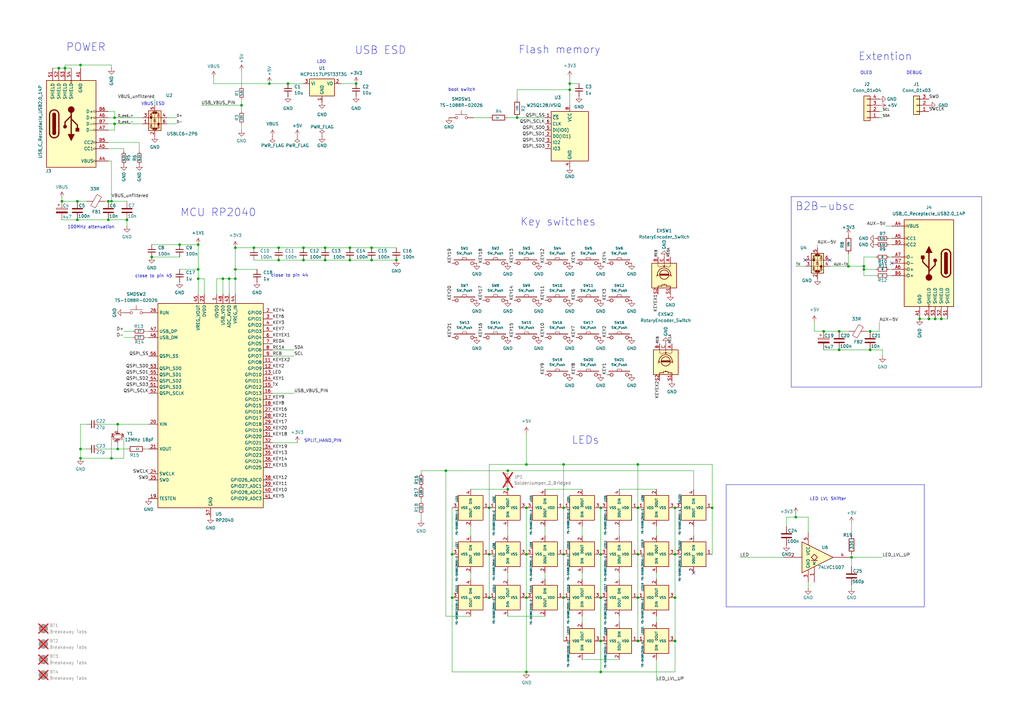
<source format=kicad_sch>
(kicad_sch (version 20250114) (generator "eeschema") (generator_version "9.0")
  (paper "A3")
  (title_block (title "Klofi") (date "2025-11-20") (rev "1.0") (company "citizen analog"))
  (rectangle (start 297.815 198.755) (end 379.095 248.92))
  (rectangle (start 324.485 80.645) (end 402.59 158.75))
  (text "MCU RP2040" (at 73.914 89.154 0) (effects (font (size 3.175 3.175)) (justify left bottom)))
  (text "Key switches" (at 213.36 92.964 0) (effects (font (size 3.175 3.175)) (justify left bottom)))
  (text "OLED" (at 352.806 30.734 0) (effects (font (size 1.27 1.27)) (justify left bottom)))
  (text "100MHz attenuation" (at 37.338 93.218 0) (effects (font (size 1.27 1.27))))
  (text "close to pin 45" (at 55.372 114.046 0) (effects (font (size 1.27 1.27)) (justify left bottom)))
  (text "DEBUG" (at 371.729 30.734 0) (effects (font (size 1.27 1.27)) (justify left bottom)))
  (text "LED LVL Shifter" (at 339.598 204.724 0) (effects (font (size 1.27 1.27))))
  (text "USB ESD" (at 145.415 22.606 0) (effects (font (size 3.175 3.175)) (justify left bottom)))
  (text "LDO" (at 129.921 26.162 0) (effects (font (size 1.27 1.27)) (justify left bottom)))
  (text "Flash memory" (at 212.598 22.352 0) (effects (font (size 3.175 3.175)) (justify left bottom)))
  (text "POWER\n" (at 27.051 21.336 0) (effects (font (size 3.175 3.175)) (justify left bottom)))
  (text "LEDs" (at 234.442 182.499 0) (effects (font (size 3.175 3.175)) (justify left bottom)))
  (text "Extention" (at 352.044 25.146 0) (effects (font (size 3.175 3.175)) (justify left bottom)))
  (text "VBUS ESD" (at 57.912 43.434 0) (effects (font (size 1.27 1.27)) (justify left bottom)))
  (text "SPLIT_HAND_PIN" (at 124.714 181.61 0) (effects (font (size 1.27 1.27)) (justify left bottom)))
  (text "boot switch" (at 183.769 37.592 0) (effects (font (size 1.27 1.27)) (justify left bottom)))
  (text "B2B-ubsc" (at 350.774 86.614 0) (effects (font (size 3.175 3.175)) (justify right bottom)))
  (text "close to pin 44" (at 111.125 113.792 0) (effects (font (size 1.27 1.27)) (justify left bottom)))
  (junction (at 215.9 208.28))
  (junction (at 215.9 190.5))
  (junction (at 46.99 50.8))
  (junction (at 347.98 109.22))
  (junction (at 162.56 106.68))
  (junction (at 276.86 262.89))
  (junction (at 104.14 101.6))
  (junction (at 200.66 245.11))
  (junction (at 44.45 90.17))
  (junction (at 231.14 245.11))
  (junction (at 48.26 184.15))
  (junction (at 81.28 100.33))
  (junction (at 276.86 208.28))
  (junction (at 246.38 262.89))
  (junction (at 246.38 227.33))
  (junction (at 62.23 105.41))
  (junction (at 215.9 227.33))
  (junction (at 96.52 101.6))
  (junction (at 185.42 245.11))
  (junction (at 118.11 34.29))
  (junction (at 337.82 135.89))
  (junction (at 114.3 101.6))
  (junction (at 99.06 43.18))
  (junction (at 152.4 106.68))
  (junction (at 152.4 101.6))
  (junction (at 133.35 106.68))
  (junction (at 110.49 34.29))
  (junction (at 133.35 101.6))
  (junction (at 276.86 245.11))
  (junction (at 215.9 245.11))
  (junction (at 261.62 190.5))
  (junction (at 33.02 26.67))
  (junction (at 208.28 193.04))
  (junction (at 231.14 227.33))
  (junction (at 246.38 245.11))
  (junction (at 24.13 27.94))
  (junction (at 326.39 212.09))
  (junction (at 26.67 27.94))
  (junction (at 52.07 90.17))
  (junction (at 146.05 34.29))
  (junction (at 31.75 90.17))
  (junction (at 93.98 114.3))
  (junction (at 73.66 100.33))
  (junction (at 81.28 114.3))
  (junction (at 48.26 173.99))
  (junction (at 182.88 193.04))
  (junction (at 233.68 36.83))
  (junction (at 45.72 187.96))
  (junction (at 44.45 82.55))
  (junction (at 212.09 48.26))
  (junction (at 33.02 184.15))
  (junction (at 381 130.81))
  (junction (at 356.87 135.89))
  (junction (at 215.9 275.59))
  (junction (at 33.02 187.96))
  (junction (at 383.54 130.81))
  (junction (at 114.3 106.68))
  (junction (at 349.25 228.6))
  (junction (at 261.62 227.33))
  (junction (at 246.38 275.59))
  (junction (at 25.4 82.55))
  (junction (at 31.75 82.55))
  (junction (at 261.62 208.28))
  (junction (at 91.44 114.3))
  (junction (at 354.33 109.22))
  (junction (at 231.14 190.5))
  (junction (at 386.08 130.81))
  (junction (at 261.62 262.89))
  (junction (at 96.52 114.3))
  (junction (at 45.72 82.55))
  (junction (at 96.52 110.49))
  (junction (at 143.51 106.68))
  (junction (at 261.62 245.11))
  (junction (at 124.46 106.68))
  (junction (at 124.46 101.6))
  (junction (at 200.66 227.33))
  (junction (at 81.28 110.49))
  (junction (at 46.99 48.26))
  (junction (at 233.68 34.29))
  (junction (at 354.33 110.49))
  (junction (at 344.17 135.89))
  (junction (at 231.14 208.28))
  (junction (at 377.19 130.81))
  (junction (at 208.28 200.66))
  (junction (at 344.17 143.51))
  (junction (at 292.1 208.28))
  (junction (at 276.86 227.33))
  (junction (at 356.87 143.51))
  (junction (at 143.51 101.6))
  (junction (at 185.42 227.33))
  (junction (at 200.66 208.28))
  (junction (at 246.38 208.28))
  (no_connect (at 330.2 106.68))
  (no_connect (at 340.36 106.68))
  (no_connect (at 365.76 107.95))
  (no_connect (at 284.48 234.95))
  (wire (pts (xy 261.62 208.28) (xy 261.62 227.33)))
  (wire (pts (xy 46.99 45.72) (xy 46.99 48.26)))
  (wire (pts (xy 91.44 114.3) (xy 93.98 114.3)))
  (wire (pts (xy 62.23 100.33) (xy 73.66 100.33)))
  (wire (pts (xy 96.52 110.49) (xy 105.41 110.49)))
  (wire (pts (xy 354.33 109.22) (xy 354.33 105.41)))
  (wire (pts (xy 261.62 190.5) (xy 292.1 190.5)))
  (wire (pts (xy 44.45 53.34) (xy 46.99 53.34)))
  (wire (pts (xy 233.68 34.29) (xy 233.68 36.83)))
  (wire (pts (xy 133.35 106.68) (xy 143.51 106.68)))
  (wire (pts (xy 185.42 227.33) (xy 185.42 245.11)))
  (wire (pts (xy 45.72 26.67) (xy 33.02 26.67)))
  (wire (pts (xy 83.82 114.3) (xy 81.28 114.3)))
  (wire (pts (xy 359.41 110.49) (xy 354.33 110.49)))
  (wire (pts (xy 233.68 36.83) (xy 233.68 43.18)))
  (wire (pts (xy 276.86 208.28) (xy 276.86 227.33)))
  (wire (pts (xy 81.28 110.49) (xy 81.28 114.3)))
  (wire (pts (xy 33.02 187.96) (xy 45.72 187.96)))
  (wire (pts (xy 194.31 48.26) (xy 200.66 48.26)))
  (wire (pts (xy 303.53 228.6) (xy 321.31 228.6)))
  (wire (pts (xy 104.14 101.6) (xy 114.3 101.6)))
  (wire (pts (xy 96.52 120.65) (xy 96.52 114.3)))
  (wire (pts (xy 185.42 275.59) (xy 215.9 275.59)))
  (wire (pts (xy 48.26 184.15) (xy 48.26 181.61)))
  (wire (pts (xy 381 130.81) (xy 377.19 130.81)))
  (wire (pts (xy 359.41 113.03) (xy 354.33 113.03)))
  (wire (pts (xy 231.14 245.11) (xy 231.14 262.89)))
  (wire (pts (xy 50.8 138.43) (xy 54.61 138.43)))
  (wire (pts (xy 246.38 245.11) (xy 246.38 262.89)))
  (wire (pts (xy 208.28 48.26) (xy 212.09 48.26)))
  (wire (pts (xy 68.58 50.8) (xy 72.39 50.8)))
  (wire (pts (xy 365.76 110.49) (xy 364.49 110.49)))
  (wire (pts (xy 45.72 179.07) (xy 45.72 187.96)))
  (wire (pts (xy 246.38 227.33) (xy 246.38 245.11)))
  (wire (pts (xy 111.76 161.29) (xy 120.65 161.29)))
  (wire (pts (xy 360.68 132.08) (xy 360.68 135.89)))
  (wire (pts (xy 212.09 36.83) (xy 212.09 40.64)))
  (wire (pts (xy 44.45 58.42) (xy 57.15 58.42)))
  (wire (pts (xy 383.54 130.81) (xy 381 130.81)))
  (wire (pts (xy 26.67 26.67) (xy 33.02 26.67)))
  (wire (pts (xy 143.51 106.68) (xy 152.4 106.68)))
  (wire (pts (xy 43.18 82.55) (xy 44.45 82.55)))
  (wire (pts (xy 26.67 27.94) (xy 29.21 27.94)))
  (wire (pts (xy 254 270.51) (xy 238.76 270.51)))
  (wire (pts (xy 182.88 193.04) (xy 182.88 252.73)))
  (wire (pts (xy 114.3 101.6) (xy 124.46 101.6)))
  (wire (pts (xy 124.46 106.68) (xy 133.35 106.68)))
  (wire (pts (xy 365.76 105.41) (xy 364.49 105.41)))
  (wire (pts (xy 337.82 143.51) (xy 344.17 143.51)))
  (wire (pts (xy 261.62 190.5) (xy 261.62 208.28)))
  (wire (pts (xy 96.52 110.49) (xy 96.52 114.3)))
  (wire (pts (xy 322.58 212.09) (xy 326.39 212.09)))
  (wire (pts (xy 331.47 238.76) (xy 331.47 241.3)))
  (wire (pts (xy 361.95 45.72) (xy 360.68 45.72)))
  (wire (pts (xy 231.14 190.5) (xy 261.62 190.5)))
  (wire (pts (xy 322.58 215.9) (xy 322.58 212.09)))
  (wire (pts (xy 208.28 193.04) (xy 284.48 193.04)))
  (wire (pts (xy 91.44 114.3) (xy 91.44 120.65)))
  (wire (pts (xy 50.8 135.89) (xy 54.61 135.89)))
  (wire (pts (xy 172.72 194.31) (xy 172.72 193.04)))
  (wire (pts (xy 99.06 43.18) (xy 99.06 45.72)))
  (wire (pts (xy 33.02 184.15) (xy 33.02 187.96)))
  (wire (pts (xy 63.5 40.64) (xy 63.5 43.18)))
  (wire (pts (xy 50.8 60.96) (xy 50.8 62.23)))
  (wire (pts (xy 361.95 143.51) (xy 361.95 146.05)))
  (wire (pts (xy 238.76 219.71) (xy 238.76 215.9)))
  (wire (pts (xy 59.69 184.15) (xy 60.96 184.15)))
  (wire (pts (xy 334.01 132.08) (xy 334.01 135.89)))
  (wire (pts (xy 96.52 101.6) (xy 104.14 101.6)))
  (wire (pts (xy 254 215.9) (xy 254 219.71)))
  (wire (pts (xy 356.87 135.89) (xy 360.68 135.89)))
  (wire (pts (xy 238.76 237.49) (xy 238.76 234.95)))
  (wire (pts (xy 45.72 27.94) (xy 45.72 26.67)))
  (wire (pts (xy 215.9 208.28) (xy 215.9 227.33)))
  (wire (pts (xy 44.45 60.96) (xy 50.8 60.96)))
  (wire (pts (xy 356.87 143.51) (xy 361.95 143.51)))
  (wire (pts (xy 354.33 110.49) (xy 354.33 109.22)))
  (wire (pts (xy 40.64 184.15) (xy 48.26 184.15)))
  (wire (pts (xy 68.58 48.26) (xy 72.39 48.26)))
  (wire (pts (xy 215.9 245.11) (xy 215.9 275.59)))
  (wire (pts (xy 365.76 113.03) (xy 364.49 113.03)))
  (wire (pts (xy 81.28 100.33) (xy 81.28 110.49)))
  (wire (pts (xy 73.66 110.49) (xy 81.28 110.49)))
  (wire (pts (xy 124.46 101.6) (xy 133.35 101.6)))
  (wire (pts (xy 334.01 135.89) (xy 337.82 135.89)))
  (wire (pts (xy 208.28 219.71) (xy 208.28 215.9)))
  (wire (pts (xy 331.47 212.09) (xy 331.47 218.44)))
  (wire (pts (xy 40.64 173.99) (xy 48.26 173.99)))
  (wire (pts (xy 276.86 275.59) (xy 246.38 275.59)))
  (wire (pts (xy 200.66 190.5) (xy 200.66 208.28)))
  (wire (pts (xy 215.9 275.59) (xy 246.38 275.59)))
  (wire (pts (xy 269.24 215.9) (xy 269.24 219.71)))
  (wire (pts (xy 81.28 120.65) (xy 81.28 114.3)))
  (wire (pts (xy 386.08 130.81) (xy 383.54 130.81)))
  (wire (pts (xy 233.68 31.75) (xy 233.68 34.29)))
  (wire (pts (xy 215.9 190.5) (xy 231.14 190.5)))
  (wire (pts (xy 44.45 48.26) (xy 46.99 48.26)))
  (wire (pts (xy 52.07 90.17) (xy 52.07 92.71)))
  (wire (pts (xy 292.1 208.28) (xy 292.1 227.33)))
  (wire (pts (xy 172.72 205.74) (xy 172.72 204.47)))
  (wire (pts (xy 111.76 143.51) (xy 120.65 143.51)))
  (wire (pts (xy 31.75 82.55) (xy 35.56 82.55)))
  (wire (pts (xy 238.76 252.73) (xy 238.76 255.27)))
  (wire (pts (xy 231.14 227.33) (xy 231.14 245.11)))
  (wire (pts (xy 363.22 92.71) (xy 365.76 92.71)))
  (wire (pts (xy 46.99 50.8) (xy 58.42 50.8)))
  (wire (pts (xy 238.76 200.66) (xy 223.52 200.66)))
  (wire (pts (xy 93.98 114.3) (xy 93.98 120.65)))
  (wire (pts (xy 223.52 234.95) (xy 223.52 237.49)))
  (wire (pts (xy 208.28 200.66) (xy 193.04 200.66)))
  (wire (pts (xy 33.02 184.15) (xy 35.56 184.15)))
  (wire (pts (xy 110.49 34.29) (xy 118.11 34.29)))
  (wire (pts (xy 83.82 120.65) (xy 83.82 114.3)))
  (wire (pts (xy 208.28 252.73) (xy 223.52 252.73)))
  (wire (pts (xy 118.11 34.29) (xy 124.46 34.29)))
  (wire (pts (xy 88.9 114.3) (xy 91.44 114.3)))
  (wire (pts (xy 133.35 101.6) (xy 143.51 101.6)))
  (wire (pts (xy 254 234.95) (xy 254 237.49)))
  (wire (pts (xy 193.04 215.9) (xy 193.04 219.71)))
  (wire (pts (xy 361.95 48.26) (xy 360.68 48.26)))
  (wire (pts (xy 48.26 184.15) (xy 52.07 184.15)))
  (wire (pts (xy 233.68 34.29) (xy 237.49 34.29)))
  (wire (pts (xy 50.8 187.96) (xy 45.72 187.96)))
  (wire (pts (xy 284.48 215.9) (xy 284.48 219.71)))
  (wire (pts (xy 349.25 227.33) (xy 349.25 228.6)))
  (wire (pts (xy 269.24 234.95) (xy 269.24 237.49)))
  (wire (pts (xy 354.33 110.49) (xy 354.33 113.03)))
  (wire (pts (xy 45.72 66.04) (xy 44.45 66.04)))
  (wire (pts (xy 99.06 40.64) (xy 99.06 43.18)))
  (wire (pts (xy 96.52 101.6) (xy 96.52 110.49)))
  (wire (pts (xy 111.76 146.05) (xy 120.65 146.05)))
  (wire (pts (xy 45.72 82.55) (xy 52.07 82.55)))
  (wire (pts (xy 349.25 240.03) (xy 349.25 241.3)))
  (wire (pts (xy 326.39 109.22) (xy 330.2 109.22)))
  (wire (pts (xy 246.38 262.89) (xy 246.38 275.59)))
  (wire (pts (xy 215.9 190.5) (xy 200.66 190.5)))
  (wire (pts (xy 82.55 43.18) (xy 99.06 43.18)))
  (wire (pts (xy 152.4 106.68) (xy 162.56 106.68)))
  (wire (pts (xy 349.25 214.63) (xy 349.25 219.71)))
  (wire (pts (xy 223.52 219.71) (xy 223.52 215.9)))
  (wire (pts (xy 99.06 50.8) (xy 99.06 53.34)))
  (wire (pts (xy 152.4 101.6) (xy 162.56 101.6)))
  (wire (pts (xy 25.4 82.55) (xy 31.75 82.55)))
  (wire (pts (xy 344.17 135.89) (xy 347.98 135.89)))
  (wire (pts (xy 88.9 114.3) (xy 88.9 120.65)))
  (wire (pts (xy 292.1 190.5) (xy 292.1 208.28)))
  (wire (pts (xy 326.39 212.09) (xy 331.47 212.09)))
  (wire (pts (xy 269.24 279.4) (xy 269.24 270.51)))
  (wire (pts (xy 73.66 100.33) (xy 81.28 100.33)))
  (wire (pts (xy 87.63 34.29) (xy 110.49 34.29)))
  (wire (pts (xy 45.72 66.04) (xy 45.72 82.55)))
  (wire (pts (xy 364.49 97.79) (xy 365.76 97.79)))
  (wire (pts (xy 347.98 109.22) (xy 354.33 109.22)))
  (wire (pts (xy 182.88 193.04) (xy 208.28 193.04)))
  (wire (pts (xy 87.63 31.75) (xy 87.63 34.29)))
  (wire (pts (xy 44.45 90.17) (xy 52.07 90.17)))
  (wire (pts (xy 355.6 135.89) (xy 356.87 135.89)))
  (wire (pts (xy 44.45 50.8) (xy 46.99 50.8)))
  (wire (pts (xy 96.52 114.3) (xy 93.98 114.3)))
  (wire (pts (xy 33.02 26.67) (xy 33.02 27.94)))
  (wire (pts (xy 233.68 36.83) (xy 212.09 36.83)))
  (wire (pts (xy 46.99 48.26) (xy 58.42 48.26)))
  (wire (pts (xy 21.59 27.94) (xy 24.13 27.94)))
  (wire (pts (xy 276.86 245.11) (xy 276.86 262.89)))
  (wire (pts (xy 25.4 81.28) (xy 25.4 82.55)))
  (wire (pts (xy 46.99 50.8) (xy 46.99 53.34)))
  (wire (pts (xy 172.72 193.04) (xy 182.88 193.04)))
  (wire (pts (xy 359.41 105.41) (xy 354.33 105.41)))
  (wire (pts (xy 261.62 227.33) (xy 261.62 245.11)))
  (wire (pts (xy 269.24 252.73) (xy 269.24 255.27)))
  (wire (pts (xy 388.62 130.81) (xy 386.08 130.81)))
  (wire (pts (xy 231.14 208.28) (xy 231.14 227.33)))
  (wire (pts (xy 31.75 90.17) (xy 44.45 90.17)))
  (wire (pts (xy 48.26 173.99) (xy 60.96 173.99)))
  (wire (pts (xy 215.9 177.8) (xy 215.9 190.5)))
  (wire (pts (xy 337.82 135.89) (xy 344.17 135.89)))
  (wire (pts (xy 26.67 26.67) (xy 26.67 27.94)))
  (wire (pts (xy 50.8 179.07) (xy 50.8 187.96)))
  (wire (pts (xy 212.09 48.26) (xy 223.52 48.26)))
  (wire (pts (xy 44.45 82.55) (xy 45.72 82.55)))
  (wire (pts (xy 208.28 237.49) (xy 208.28 234.95)))
  (wire (pts (xy 99.06 29.21) (xy 99.06 35.56)))
  (wire (pts (xy 114.3 106.68) (xy 124.46 106.68)))
  (wire (pts (xy 59.69 135.89) (xy 60.96 135.89)))
  (wire (pts (xy 172.72 213.36) (xy 172.72 210.82)))
  (wire (pts (xy 276.86 227.33) (xy 276.86 245.11)))
  (wire (pts (xy 347.98 104.14) (xy 347.98 109.22)))
  (wire (pts (xy 185.42 245.11) (xy 185.42 275.59)))
  (wire (pts (xy 364.49 100.33) (xy 365.76 100.33)))
  (wire (pts (xy 143.51 101.6) (xy 152.4 101.6)))
  (wire (pts (xy 44.45 45.72) (xy 46.99 45.72)))
  (wire (pts (xy 193.04 234.95) (xy 193.04 237.49)))
  (wire (pts (xy 57.15 58.42) (xy 57.15 62.23)))
  (wire (pts (xy 284.48 193.04) (xy 284.48 200.66)))
  (wire (pts (xy 326.39 210.82) (xy 326.39 212.09)))
  (wire (pts (xy 254 200.66) (xy 269.24 200.66)))
  (wire (pts (xy 25.4 90.17) (xy 31.75 90.17)))
  (wire (pts (xy 335.28 100.33) (xy 335.28 101.6)))
  (wire (pts (xy 246.38 208.28) (xy 246.38 227.33)))
  (wire (pts (xy 276.86 262.89) (xy 276.86 275.59)))
  (wire (pts (xy 344.17 143.51) (xy 356.87 143.51)))
  (wire (pts (xy 215.9 227.33) (xy 215.9 245.11)))
  (wire (pts (xy 193.04 252.73) (xy 182.88 252.73)))
  (wire (pts (xy 48.26 176.53) (xy 48.26 173.99)))
  (wire (pts (xy 340.36 109.22) (xy 347.98 109.22)))
  (wire (pts (xy 185.42 208.28) (xy 185.42 227.33)))
  (wire (pts (xy 62.23 105.41) (xy 73.66 105.41)))
  (wire (pts (xy 59.69 138.43) (xy 60.96 138.43)))
  (wire (pts (xy 104.14 106.68) (xy 114.3 106.68)))
  (wire (pts (xy 33.02 173.99) (xy 33.02 184.15)))
  (wire (pts (xy 111.76 181.61) (xy 121.92 181.61)))
  (wire (pts (xy 200.66 208.28) (xy 200.66 227.33)))
  (wire (pts (xy 349.25 228.6) (xy 349.25 232.41)))
  (wire (pts (xy 254 252.73) (xy 254 255.27)))
  (wire (pts (xy 349.25 228.6) (xy 361.95 228.6)))
  (wire (pts (xy 139.7 34.29) (xy 146.05 34.29)))
  (wire (pts (xy 35.56 173.99) (xy 33.02 173.99)))
  (wire (pts (xy 200.66 227.33) (xy 200.66 245.11)))
  (wire (pts (xy 261.62 245.11) (xy 261.62 262.89)))
  (wire (pts (xy 231.14 190.5) (xy 231.14 208.28)))
  (wire (pts (xy 24.13 27.94) (xy 26.67 27.94)))
  (label "KEY8" (at 111.76 166.37 0))
  (label "KEY9" (at 111.76 163.83 0))
  (label "KEY8" (at 236.22 153.67 90))
  (label "QSPI_SD2" (at 60.96 156.21 180))
  (label "SCL" (at 361.95 45.72 0) (effects (font (size 1 1))))
  (label "USB_VBUS_PIN" (at 120.65 161.29 0))
  (label "KEY3" (at 248.92 123.19 90))
  (label "QSPI_SCLK" (at 60.96 161.29 180))
  (label "RE1A" (at 111.76 143.51 0))
  (label "KEY2" (at 111.76 151.13 0))
  (label "D+" (at 50.8 135.89 180))
  (label "REB" (at 111.76 146.05 0))
  (label "D-" (at 50.8 138.43 180))
  (label "QSPI_SS" (at 223.52 48.26 180))
  (label "SDA" (at 361.95 48.26 0) (effects (font (size 1 1))))
  (label "REB" (at 270.51 140.97 90) (effects (font (size 1 1))))
  (label "LED_LVL_UP" (at 269.24 279.4 0))
  (label "KEY5" (at 236.22 107.95 90))
  (label "AUX-5V" (at 363.22 92.71 180))
  (label "RE0A" (at 274.955 105.41 90) (effects (font (size 1 1))))
  (label "LED" (at 111.76 153.67 0))
  (label "KEY21" (at 185.42 138.43 90))
  (label "KEY17" (at 111.76 173.99 0))
  (label "KEY1" (at 111.76 156.21 0))
  (label "D_esd_+" (at 48.26 48.26 0) (effects (font (size 1 1))))
  (label "TX" (at 111.76 158.75 0))
  (label "KEY5" (at 111.76 204.47 0))
  (label "D-" (at 72.39 50.8 0) (effects (font (size 1 1))))
  (label "KEY16" (at 111.76 168.91 0))
  (label "KEY3" (at 111.76 133.35 0))
  (label "KEYEX2" (at 111.76 148.59 0))
  (label "KEY17" (at 198.12 123.19 90))
  (label "KEY10" (at 111.76 201.93 0))
  (label "QSPI_SD1" (at 60.96 153.67 180))
  (label "KEY4" (at 111.76 128.27 0))
  (label "QSPI_SD0" (at 223.52 53.34 180))
  (label "KEY20" (at 111.76 176.53 0))
  (label "LED_LVL_UP" (at 361.95 228.6 0))
  (label "QSPI_SD1" (at 223.52 55.88 180))
  (label "SWCLK" (at 381 45.72 0))
  (label "SCL" (at 120.65 146.05 0))
  (label "QSPI_SCLK" (at 223.52 50.8 180))
  (label "AUX-TX" (at 347.98 109.22 180) (effects (font (size 1 1))))
  (label "KEY20" (at 185.42 123.19 90))
  (label "KEY4" (at 248.92 107.95 90))
  (label "KEY11" (at 111.76 199.39 0))
  (label "KEY14" (at 111.76 189.23 0))
  (label "TX" (at 326.39 109.22 0) (effects (font (size 1 1))))
  (label "RE0A" (at 111.76 140.97 0))
  (label "KEY18" (at 198.12 107.95 90))
  (label "D_esd_-" (at 48.26 50.8 0) (effects (font (size 1 1))))
  (label "QSPI_SS" (at 60.96 146.05 180))
  (label "KEYEX1" (at 269.875 120.65 270))
  (label "KEY7" (at 236.22 138.43 90))
  (label "USB_VBUS_PIN" (at 82.55 43.18 0))
  (label "KEY14" (at 210.82 123.19 90))
  (label "RE1A" (at 275.59 140.97 90) (effects (font (size 1 1))))
  (label "SWCLK" (at 60.96 194.31 180))
  (label "KEY1" (at 248.92 153.67 90))
  (label "KEY2" (at 248.92 138.43 90))
  (label "QSPI_SD2" (at 223.52 58.42 180))
  (label "QSPI_SD3" (at 223.52 60.96 180))
  (label "SWD" (at 381 40.64 0))
  (label "KEY13" (at 111.76 186.69 0))
  (label "KEY18" (at 111.76 179.07 0))
  (label "KEY7" (at 111.76 135.89 0))
  (label "KEY6" (at 236.22 123.19 90))
  (label "KEY9" (at 223.52 153.67 90))
  (label "KEY15" (at 111.76 191.77 0))
  (label "VBUS_unfiltered" (at 63.5 40.64 180))
  (label "KEY13" (at 210.82 107.95 90))
  (label "KEYEX2" (at 270.51 156.21 270))
  (label "KEY15" (at 210.82 138.43 90))
  (label "KEY10" (at 223.52 138.43 90))
  (label "SDA" (at 120.65 143.51 0))
  (label "LED" (at 303.53 228.6 0))
  (label "KEYEX1" (at 111.76 138.43 0))
  (label "KEY12" (at 223.52 107.95 90))
  (label "SWD" (at 60.96 196.85 180))
  (label "AUX-5V" (at 360.68 132.08 0))
  (label "D+" (at 72.39 48.26 0) (effects (font (size 1 1))))
  (label "KEY6" (at 111.76 130.81 0))
  (label "REB" (at 269.875 105.41 90) (effects (font (size 1 1))))
  (label "KEY19" (at 111.76 184.15 0))
  (label "KEY16" (at 198.12 138.43 90))
  (label "QSPI_SD3" (at 60.96 158.75 180))
  (label "KEY19" (at 185.42 107.95 90))
  (label "QSPI_SD0" (at 60.96 151.13 180))
  (label "KEY11" (at 223.52 123.19 90))
  (label "KEY12" (at 111.76 196.85 0))
  (label "AUX-5V" (at 335.28 100.33 0))
  (label "KEY21" (at 111.76 171.45 0))
  (label "VBUS_unfiltered" (at 45.72 81.28 0))
  (symbol (lib_id "Device:R_Small") (at 172.72 196.85 0) (unit 1)
    (property "Reference" "R16" (at 170.815 196.85 90))
    (property "Value" "10K" (at 172.72 196.85 90) (effects (font (size 0.762 0.762))))
    (property "Footprint" "Resistor_SMD:R_0402_1005Metric" (effects (hide yes)))
    (property "Description" "Resistor, small symbol" (effects (hide yes)))
    (property "JLCPCB Part #" "C60489" (effects (hide yes)))
  )
  (symbol (lib_id "power:GND") (at 50.8 67.31 0) (unit 1)
    (property "Reference" "#PWR022" (effects (hide yes)))
    (property "Value" "GND" (at 50.8 70.485 90) (effects (justify right)))
    (property "Description" "Power symbol creates a global label with name \"GND\" , ground" (effects (hide yes)))
  )
  (symbol (lib_id "power:GND") (at 233.68 153.67 0) (unit 1)
    (property "Reference" "#PWR079" (effects (hide yes)))
    (property "Value" "GND" (at 233.68 158.115 0))
    (property "Description" "Power symbol creates a global label with name \"GND\" , ground" (effects (hide yes)))
  )
  (symbol (lib_id "power:GND") (at 195.58 138.43 0) (unit 1)
    (property "Reference" "#PWR055" (effects (hide yes)))
    (property "Value" "GND" (at 195.58 142.875 0))
    (property "Description" "Power symbol creates a global label with name \"GND\" , ground" (effects (hide yes)))
  )
  (symbol (lib_id "power:GND") (at 273.05 140.97 180) (unit 1)
    (property "Reference" "#PWR062" (effects (hide yes)))
    (property "Value" "GND" (at 273.05 135.89 90))
    (property "Description" "Power symbol creates a global label with name \"GND\" , ground" (effects (hide yes)))
  )
  (symbol (lib_id "Device:R_Small") (at 361.95 113.03 90) (mirror x) (unit 1)
    (property "Reference" "R12" (at 361.95 114.935 90))
    (property "Value" "0" (at 361.95 113.03 90) (effects (font (size 0.762 0.762))))
    (property "Footprint" "Resistor_SMD:R_0402_1005Metric" (effects (hide yes)))
    (property "Description" "Resistor, small symbol" (effects (hide yes)))
    (property "JLCPCB Part #" "C25537" (effects (hide yes)))
  )
  (symbol (lib_id "power:GND") (at 57.15 67.31 0) (unit 1)
    (property "Reference" "#PWR023" (effects (hide yes)))
    (property "Value" "GND" (at 57.15 70.485 90) (effects (justify right)))
    (property "Description" "Power symbol creates a global label with name \"GND\" , ground" (effects (hide yes)))
  )
  (symbol (lib_id "kbd:YS-SK6812MINI-E") (at 208.28 227.33 90) (unit 1)
    (property "Reference" "LED8" (at 202.565 225.425 0) (effects (font (size 0.7366 0.7366)) (justify left)))
    (property "Value" "YS-SK6812MINI-E" (at 202.565 238.125 0) (effects (font (size 0.7366 0.7366)) (justify left)))
    (property "Footprint" "kbd:YS-SK6812MINI-E" (effects (hide yes)))
    (property "JLCPCB Part #" "C5149201" (effects (hide yes)))
  )
  (symbol (lib_id "kbd:SW_PUSH_Short") (at 241.3 107.95 0) (unit 1)
    (property "Reference" "SW5" (at 241.3 101.854 0) (effects (font (size 1 1))))
    (property "Value" "SW_Push" (at 241.3 103.886 0) (effects (font (size 1 1))))
    (property "Footprint" "kbd:keyswitch_cherrymx_hotswap_1u" (effects (hide yes)))
    (property "JLCPCB Part #" "DNP" (effects (hide yes)))
  )
  (symbol (lib_id "power:+3V3") (at 233.68 31.75 0) (unit 1)
    (property "Reference" "#PWR05" (effects (hide yes)))
    (property "Value" "+3V3" (at 233.68 26.924 0))
  )
  (symbol (lib_id "kbd:YS-SK6812MINI-E") (at 254 227.33 270) (unit 1)
    (property "Reference" "LED11" (at 248.285 221.615 0) (effects (font (size 0.7366 0.7366)) (justify left)))
    (property "Value" "YS-SK6812MINI-E" (at 248.285 227.965 0) (effects (font (size 0.7366 0.7366)) (justify left)))
    (property "Footprint" "kbd:YS-SK6812MINI-E" (effects (hide yes)))
    (property "JLCPCB Part #" "C5149201" (effects (hide yes)))
  )
  (symbol (lib_id "power:GND") (at 208.28 123.19 0) (unit 1)
    (property "Reference" "#PWR047" (effects (hide yes)))
    (property "Value" "GND" (at 208.28 127.635 0))
    (property "Description" "Power symbol creates a global label with name \"GND\" , ground" (effects (hide yes)))
  )
  (symbol (lib_id "kbd:YS-SK6812MINI-E") (at 269.24 208.28 90) (unit 1)
    (property "Reference" "LED6" (at 263.525 205.74 0) (effects (font (size 0.7366 0.7366)) (justify left)))
    (property "Value" "YS-SK6812MINI-E" (at 263.525 219.075 0) (effects (font (size 0.7366 0.7366)) (justify left)))
    (property "Footprint" "kbd:YS-SK6812MINI-E" (effects (hide yes)))
    (property "JLCPCB Part #" "C5149201" (effects (hide yes)))
  )
  (symbol (lib_id "power:GND") (at 349.25 241.3 0) (unit 1)
    (property "Reference" "#PWR096" (effects (hide yes)))
    (property "Value" "GND" (at 349.25 245.11 0))
    (property "Description" "Power symbol creates a global label with name \"GND\" , ground" (effects (hide yes)))
  )
  (symbol (lib_id "power:GND") (at 220.98 138.43 0) (unit 1)
    (property "Reference" "#PWR057" (effects (hide yes)))
    (property "Value" "GND" (at 220.98 142.875 0))
    (property "Description" "Power symbol creates a global label with name \"GND\" , ground" (effects (hide yes)))
  )
  (symbol (lib_id "kbd:SW_PUSH_Short") (at 254 107.95 0) (unit 1)
    (property "Reference" "SW6" (at 254 101.854 0) (effects (font (size 1 1))))
    (property "Value" "SW_Push" (at 254 103.886 0) (effects (font (size 1 1))))
    (property "Footprint" "kbd:keyswitch_cherrymx_hotswap_1u" (effects (hide yes)))
    (property "JLCPCB Part #" "DNP" (effects (hide yes)))
  )
  (symbol (lib_id "power:+3V3") (at 146.05 34.29 0) (unit 1)
    (property "Reference" "#PWR08" (effects (hide yes)))
    (property "Value" "+3V3" (at 146.05 29.972 0))
  )
  (symbol (lib_id "Device:C_Polarized") (at 25.4 86.36 0) (unit 1)
    (property "Reference" "C4" (at 25.654 84.328 0) (effects (justify left)))
    (property "Value" "4u7" (at 25.654 88.9 0) (effects (justify left)))
    (property "Footprint" "Capacitor_SMD:C_1210_3225Metric" (effects (hide yes)))
    (property "Description" "Polarized capacitor" (effects (hide yes)))
    (property "LCSC Part #" "C2158392 " (effects (hide yes)))
    (property "Digikey#" "478-6642-1-ND " (effects (hide yes)))
    (property "Manufacturer" "KYOCERA AVX" (effects (hide yes)))
    (property "Manufacturer Part #" "TCJB475M035R0200" (effects (hide yes)))
    (property "JLCPCB Part #" "C2158392 " (effects (hide yes)))
  )
  (symbol (lib_id "Device:R_Small") (at 99.06 48.26 0) (unit 1)
    (property "Reference" "R3" (at 97.155 48.26 90))
    (property "Value" "10K" (at 99.06 48.26 90) (effects (font (size 0.762 0.762))))
    (property "Footprint" "Resistor_SMD:R_0402_1005Metric" (effects (hide yes)))
    (property "Description" "Resistor, small symbol" (effects (hide yes)))
    (property "JLCPCB Part #" "C60489" (effects (hide yes)))
  )
  (symbol (lib_id "power:GND") (at 233.68 123.19 0) (unit 1)
    (property "Reference" "#PWR049" (effects (hide yes)))
    (property "Value" "GND" (at 233.68 127.635 0))
    (property "Description" "Power symbol creates a global label with name \"GND\" , ground" (effects (hide yes)))
  )
  (symbol (lib_id "kbd:SW_PUSH_Short") (at 228.6 107.95 0) (unit 1)
    (property "Reference" "SW4" (at 228.6 101.854 0) (effects (font (size 1 1))))
    (property "Value" "SW_Push" (at 228.6 103.886 0) (effects (font (size 1 1))))
    (property "Footprint" "kbd:keyswitch_cherrymx_hotswap_1u" (effects (hide yes)))
    (property "JLCPCB Part #" "DNP" (effects (hide yes)))
  )
  (symbol (lib_id "kbd:SW_PUSH_Short") (at 241.3 138.43 0) (unit 1)
    (property "Reference" "SW17" (at 241.3 132.334 0) (effects (font (size 1 1))))
    (property "Value" "SW_Push" (at 241.3 134.366 0) (effects (font (size 1 1))))
    (property "Footprint" "kbd:keyswitch_cherrymx_hotswap_1u" (effects (hide yes)))
    (property "JLCPCB Part #" "DNP" (effects (hide yes)))
  )
  (symbol (lib_id "power:GND") (at 331.47 241.3 0) (unit 1)
    (property "Reference" "#PWR095" (effects (hide yes)))
    (property "Value" "GND" (at 331.47 245.11 0))
    (property "Description" "Power symbol creates a global label with name \"GND\" , ground" (effects (hide yes)))
  )
  (symbol (lib_id "power:VBUS") (at 111.76 55.88 0) (unit 1)
    (property "Reference" "#PWR019" (effects (hide yes)))
    (property "Value" "VBUS" (at 111.76 50.8 0))
  )
  (symbol (lib_id "MCU_RaspberryPi:RP2040") (at 86.36 166.37 0) (unit 1)
    (property "Reference" "U5" (at 88.3159 210.82 0) (effects (justify left)))
    (property "Value" "RP2040" (at 88.3159 213.36 0) (effects (justify left)))
    (property "Footprint" "Package_DFN_QFN:QFN-56-1EP_7x7mm_P0.4mm_EP3.2x3.2mm" (effects (hide yes)))
    (property "Datasheet" "https://datasheets.raspberrypi.com/rp2040/rp2040-datasheet.pdf" (effects (hide yes)))
    (property "JLCPCB Part #" "C2040" (effects (hide yes)))
    (property "LCSC Part #" "C2040" (effects (hide yes)))
  )
  (symbol (lib_id "power:GND") (at 172.72 213.36 0) (unit 1)
    (property "Reference" "#PWR092" (effects (hide yes)))
    (property "Value" "GND" (at 172.72 217.805 0))
    (property "Description" "Power symbol creates a global label with name \"GND\" , ground" (effects (hide yes)))
  )
  (symbol (lib_id "kbd:SW_PUSH_Short") (at 190.5 138.43 0) (unit 1)
    (property "Reference" "SW13" (at 190.5 132.334 0) (effects (font (size 1 1))))
    (property "Value" "SW_Push" (at 190.5 134.366 0) (effects (font (size 1 1))))
    (property "Footprint" "kbd:keyswitch_cherrymx_hotswap_1u" (effects (hide yes)))
    (property "JLCPCB Part #" "DNP" (effects (hide yes)))
  )
  (symbol (lib_id "Device:R_Small") (at 172.72 201.93 0) (unit 1)
    (property "Reference" "R17" (at 170.815 201.93 90))
    (property "Value" "10K" (at 172.72 201.93 90) (effects (font (size 0.762 0.762))))
    (property "Footprint" "Resistor_SMD:R_0402_1005Metric" (effects (hide yes)))
    (property "Description" "Resistor, small symbol" (effects (hide yes)))
    (property "JLCPCB Part #" "C60489" (effects (hide yes)))
  )
  (symbol (lib_id "power:+5V") (at 349.25 214.63 0) (unit 1)
    (property "Reference" "#PWR093" (effects (hide yes)))
    (property "Value" "+5V" (at 349.25 210.312 0))
  )
  (symbol (lib_id "power:GND") (at 259.08 138.43 0) (unit 1)
    (property "Reference" "#PWR061" (effects (hide yes)))
    (property "Value" "GND" (at 259.08 142.875 0))
    (property "Description" "Power symbol creates a global label with name \"GND\" , ground" (effects (hide yes)))
  )
  (symbol (lib_id "kbd:YS-SK6812MINI-E") (at 208.28 208.28 90) (unit 1)
    (property "Reference" "LED2" (at 202.565 206.375 0) (effects (font (size 0.7366 0.7366)) (justify left)))
    (property "Value" "YS-SK6812MINI-E" (at 202.565 219.71 0) (effects (font (size 0.7366 0.7366)) (justify left)))
    (property "Footprint" "kbd:YS-SK6812MINI-E" (effects (hide yes)))
    (property "JLCPCB Part #" "C5149201" (effects (hide yes)))
  )
  (symbol (lib_id "power:GND") (at 215.9 275.59 0) (unit 1)
    (property "Reference" "#PWR097" (effects (hide yes)))
    (property "Value" "GND" (at 216.027 279.9842 0))
    (property "Description" "Power symbol creates a global label with name \"GND\" , ground" (effects (hide yes)))
  )
  (symbol (lib_id "kbd:SW_PUSH_Short") (at 190.5 107.95 0) (unit 1)
    (property "Reference" "SW1" (at 190.5 101.854 0) (effects (font (size 1 1))))
    (property "Value" "SW_Push" (at 190.5 103.886 0) (effects (font (size 1 1))))
    (property "Footprint" "kbd:keyswitch_cherrymx_hotswap_1u" (effects (hide yes)))
    (property "JLCPCB Part #" "DNP" (effects (hide yes)))
  )
  (symbol (lib_id "power:GND") (at 105.41 115.57 0) (unit 1)
    (property "Reference" "#PWR044" (effects (hide yes)))
    (property "Value" "GND" (at 105.41 120.015 0))
    (property "Description" "Power symbol creates a global label with name \"GND\" , ground" (effects (hide yes)))
  )
  (symbol (lib_id "power:GND") (at 45.72 27.94 0) (unit 1)
    (property "Reference" "#PWR01" (effects (hide yes)))
    (property "Value" "GND" (at 45.72 31.115 90) (effects (justify right)))
    (property "Description" "Power symbol creates a global label with name \"GND\" , ground" (effects (hide yes)))
  )
  (symbol (lib_id "power:+3V3") (at 326.39 210.82 0) (unit 1)
    (property "Reference" "#PWR090" (effects (hide yes)))
    (property "Value" "+3V3" (at 322.58 209.804 0))
  )
  (symbol (lib_id "kbd:YS-SK6812MINI-E") (at 238.76 227.33 90) (unit 1)
    (property "Reference" "LED10" (at 233.045 225.425 0) (effects (font (size 0.7366 0.7366)) (justify left)))
    (property "Value" "YS-SK6812MINI-E" (at 233.045 238.125 0) (effects (font (size 0.7366 0.7366)) (justify left)))
    (property "Footprint" "kbd:YS-SK6812MINI-E" (effects (hide yes)))
    (property "JLCPCB Part #" "C5149201" (effects (hide yes)))
  )
  (symbol (lib_id "kbd:YS-SK6812MINI-E") (at 269.24 245.11 90) (unit 1)
    (property "Reference" "LED18" (at 263.525 242.57 0) (effects (font (size 0.7366 0.7366)) (justify left)))
    (property "Value" "YS-SK6812MINI-E" (at 263.525 255.905 0) (effects (font (size 0.7366 0.7366)) (justify left)))
    (property "Footprint" "kbd:YS-SK6812MINI-E" (effects (hide yes)))
    (property "JLCPCB Part #" "C5149201" (effects (hide yes)))
  )
  (symbol (lib_id "power:VBUS") (at 25.4 81.28 0) (unit 1)
    (property "Reference" "#PWR026" (effects (hide yes)))
    (property "Value" "VBUS" (at 25.4 76.708 0))
  )
  (symbol (lib_id "power:GND") (at 195.58 107.95 0) (unit 1)
    (property "Reference" "#PWR036" (effects (hide yes)))
    (property "Value" "GND" (at 195.58 112.395 0))
    (property "Description" "Power symbol creates a global label with name \"GND\" , ground" (effects (hide yes)))
  )
  (symbol (lib_id "kbd:YS-SK6812MINI-E") (at 284.48 227.33 270) (unit 1)
    (property "Reference" "EXLED2" (at 278.765 221.615 0) (effects (font (size 0.7366 0.7366)) (justify left)))
    (property "Value" "YS-SK6812MINI-E" (at 278.765 227.965 0) (effects (font (size 0.7366 0.7366)) (justify left)))
    (property "Footprint" "kbd:YS-SK6812MINI-E" (effects (hide yes)))
    (property "JLCPCB Part #" "C5149201" (effects (hide yes)))
  )
  (symbol (lib_id "kbd:SW_PUSH_Short") (at 241.3 123.19 0) (unit 1)
    (property "Reference" "SW11" (at 241.3 117.094 0) (effects (font (size 1 1))))
    (property "Value" "SW_Push" (at 241.3 119.126 0) (effects (font (size 1 1))))
    (property "Footprint" "kbd:keyswitch_cherrymx_hotswap_1u" (effects (hide yes)))
    (property "JLCPCB Part #" "DNP" (effects (hide yes)))
  )
  (symbol (lib_id "power:+5V") (at 360.68 43.18 270) (unit 1)
    (property "Reference" "#PWR014" (effects (hide yes)))
    (property "Value" "+5V" (at 363.855 43.18 90) (effects (justify left)))
  )
  (symbol (lib_id "Device:C_Small") (at 38.1 184.15 270) (unit 1)
    (property "Reference" "C23" (at 39.37 182.88 90) (effects (justify left)))
    (property "Value" "27p" (at 39.37 185.42 90) (effects (justify left)))
    (property "Footprint" "Capacitor_SMD:C_0402_1005Metric" (effects (hide yes)))
    (property "JLCPCB Part #" "C86287" (effects (hide yes)))
  )
  (symbol (lib_id "power:GND") (at 361.95 146.05 0) (unit 1)
    (property "Reference" "#PWR078" (effects (hide yes)))
    (property "Value" "GND" (at 361.95 150.495 0))
    (property "Description" "Power symbol creates a global label with name \"GND\" , ground" (effects (hide yes)))
  )
  (symbol (lib_id "power:GND") (at 220.98 123.19 0) (unit 1)
    (property "Reference" "#PWR048" (effects (hide yes)))
    (property "Value" "GND" (at 220.98 127.635 0))
    (property "Description" "Power symbol creates a global label with name \"GND\" , ground" (effects (hide yes)))
  )
  (symbol (lib_id "Device:R_Small") (at 361.95 110.49 90) (mirror x) (unit 1)
    (property "Reference" "R11" (at 362.204 108.966 90))
    (property "Value" "0" (at 361.95 110.49 90) (effects (font (size 0.762 0.762))))
    (property "Footprint" "Resistor_SMD:R_0402_1005Metric" (effects (hide yes)))
    (property "Description" "Resistor, small symbol" (effects (hide yes)))
    (property "JLCPCB Part #" "C25537" (effects (hide yes)))
  )
  (symbol (lib_id "kbd:YS-SK6812MINI-E") (at 254 208.28 270) (unit 1)
    (property "Reference" "LED5" (at 248.285 203.2 0) (effects (font (size 0.7366 0.7366)) (justify left)))
    (property "Value" "YS-SK6812MINI-E" (at 248.285 208.915 0) (effects (font (size 0.7366 0.7366)) (justify left)))
    (property "Footprint" "kbd:YS-SK6812MINI-E" (effects (hide yes)))
    (property "JLCPCB Part #" "C5149201" (effects (hide yes)))
  )
  (symbol (lib_id "kbd:SW_PUSH_Short") (at 254 153.67 0) (unit 1)
    (property "Reference" "SW21" (at 254 147.574 0) (effects (font (size 1 1))))
    (property "Value" "SW_Push" (at 254 149.606 0) (effects (font (size 1 1))))
    (property "Footprint" "kbd:keyswitch_cherrymx_hotswap_1u" (effects (hide yes)))
    (property "JLCPCB Part #" "DNP" (effects (hide yes)))
  )
  (symbol (lib_id "kbd:SW_PUSH_Short") (at 215.9 123.19 0) (unit 1)
    (property "Reference" "SW9" (at 215.9 117.094 0) (effects (font (size 1 1))))
    (property "Value" "SW_Push" (at 215.9 119.126 0) (effects (font (size 1 1))))
    (property "Footprint" "kbd:keyswitch_cherrymx_hotswap_1u" (effects (hide yes)))
    (property "JLCPCB Part #" "DNP" (effects (hide yes)))
  )
  (symbol (lib_id "Mechanical:MountingHole") (at 17.78 264.16 0) (unit 1) (dnp yes)
    (property "Reference" "BT2" (at 20.32 262.89 0) (effects (justify left)))
    (property "Value" "Breakaway Tabs" (at 20.32 265.43 0) (effects (justify left)))
    (property "Footprint" "kbd:Breakaway_Tabs" (effects (hide yes)))
  )
  (symbol (lib_id "kbd:SW_PUSH_Short") (at 203.2 123.19 0) (unit 1)
    (property "Reference" "SW8" (at 203.2 117.094 0) (effects (font (size 1 1))))
    (property "Value" "SW_Push" (at 203.2 119.126 0) (effects (font (size 1 1))))
    (property "Footprint" "kbd:keyswitch_cherrymx_hotswap_1u" (effects (hide yes)))
    (property "JLCPCB Part #" "DNP" (effects (hide yes)))
  )
  (symbol (lib_id "power:GND") (at 335.28 114.3 0) (unit 1)
    (property "Reference" "#PWR042" (effects (hide yes)))
    (property "Value" "GND" (at 330.962 115.062 0))
    (property "Description" "Power symbol creates a global label with name \"GND\" , ground" (effects (hide yes)))
  )
  (symbol (lib_id "kbd:YS-SK6812MINI-E") (at 223.52 208.28 270) (unit 1)
    (property "Reference" "LED3" (at 217.805 203.2 0) (effects (font (size 0.7366 0.7366)) (justify left)))
    (property "Value" "YS-SK6812MINI-E" (at 217.805 208.915 0) (effects (font (size 0.7366 0.7366)) (justify left)))
    (property "Footprint" "kbd:YS-SK6812MINI-E" (effects (hide yes)))
    (property "JLCPCB Part #" "C5149201" (effects (hide yes)))
  )
  (symbol (lib_id "kbd:YS-SK6812MINI-E") (at 193.04 245.11 270) (unit 1)
    (property "Reference" "LED13" (at 187.325 240.03 0) (effects (font (size 0.7366 0.7366)) (justify left)))
    (property "Value" "YS-SK6812MINI-E" (at 187.325 245.745 0) (effects (font (size 0.7366 0.7366)) (justify left)))
    (property "Footprint" "kbd:YS-SK6812MINI-E" (effects (hide yes)))
    (property "JLCPCB Part #" "C5149201" (effects (hide yes)))
  )
  (symbol (lib_id "power:GND") (at 220.98 107.95 0) (unit 1)
    (property "Reference" "#PWR038" (effects (hide yes)))
    (property "Value" "GND" (at 220.98 112.395 0))
    (property "Description" "Power symbol creates a global label with name \"GND\" , ground" (effects (hide yes)))
  )
  (symbol (lib_id "power:GND") (at 233.68 68.58 0) (unit 1)
    (property "Reference" "#PWR024" (effects (hide yes)))
    (property "Value" "GND" (at 233.68 72.39 0))
    (property "Description" "Power symbol creates a global label with name \"GND\" , ground" (effects (hide yes)))
  )
  (symbol (lib_id "Device:R") (at 349.25 223.52 180) (unit 1)
    (property "Reference" "R19" (at 347.726 219.456 0))
    (property "Value" "330" (at 349.25 223.52 90))
    (property "Footprint" "Resistor_SMD:R_0402_1005Metric" (effects (hide yes)))
    (property "Description" "Resistor" (effects (hide yes)))
    (property "LCSC Part #" "C105875" (effects (hide yes)))
    (property "Digikey#" "311-330LRCT-ND " (effects (hide yes)))
    (property "Manufacturer" "YAGEO" (effects (hide yes)))
    (property "Manufacturer Part #" "RC0402FR-07330RL" (effects (hide yes)))
    (property "JLCPCB Part #" "C105875" (effects (hide yes)))
  )
  (symbol (lib_id "Device:R_Small") (at 172.72 208.28 0) (unit 1)
    (property "Reference" "R18" (at 170.815 208.28 90))
    (property "Value" "10K" (at 172.72 208.28 90) (effects (font (size 0.762 0.762))))
    (property "Footprint" "Resistor_SMD:R_0402_1005Metric" (effects (hide yes)))
    (property "Description" "Resistor, small symbol" (effects (hide yes)))
    (property "JLCPCB Part #" "C60489" (effects (hide yes)))
  )
  (symbol (lib_id "Device:R_Small") (at 99.06 38.1 0) (unit 1)
    (property "Reference" "R1" (at 97.155 38.1 90))
    (property "Value" "5.6k" (at 99.06 38.1 90) (effects (font (size 0.762 0.762))))
    (property "Footprint" "Resistor_SMD:R_0402_1005Metric" (effects (hide yes)))
    (property "Description" "Resistor, small symbol" (effects (hide yes)))
    (property "JLCPCB Part #" "C25908" (effects (hide yes)))
  )
  (symbol (lib_id "power:GND") (at 381 43.18 90) (unit 1)
    (property "Reference" "#PWR015" (effects (hide yes)))
    (property "Value" "GND" (at 384.81 43.18 90) (effects (justify right)))
    (property "Description" "Power symbol creates a global label with name \"GND\" , ground" (effects (hide yes)))
  )
  (symbol (lib_id "power:GND") (at 33.02 187.96 0) (unit 1)
    (property "Reference" "#PWR088" (effects (hide yes)))
    (property "Value" "GND" (at 33.02 192.405 0))
    (property "Description" "Power symbol creates a global label with name \"GND\" , ground" (effects (hide yes)))
  )
  (symbol (lib_id "power:GND") (at 50.8 128.27 270) (unit 1)
    (property "Reference" "#PWR052" (effects (hide yes)))
    (property "Value" "GND" (at 46.99 128.27 0))
    (property "Description" "Power symbol creates a global label with name \"GND\" , ground" (effects (hide yes)))
  )
  (symbol (lib_id "Device:C") (at 52.07 86.36 0) (unit 1)
    (property "Reference" "C7" (at 52.578 84.328 0) (effects (justify left)))
    (property "Value" "10n" (at 52.324 88.646 0) (effects (justify left)))
    (property "Footprint" "Capacitor_SMD:C_0402_1005Metric" (effects (hide yes)))
    (property "Description" "VBUS : Rated 25V or Above" (effects (hide yes)))
    (property "LCSC Part #" "C77013" (effects (hide yes)))
    (property "Digikey#" "490-1312-1-ND" (effects (hide yes)))
    (property "Manufacturer" "Murata Electronics" (effects (hide yes)))
    (property "Manufacturer Part #" "GRM155R71E103KA01D" (effects (hide yes)))
    (property "JLCPCB Part #" "C77013" (effects (hide yes)))
  )
  (symbol (lib_id "kbd:YS-SK6812MINI-E") (at 223.52 227.33 270) (unit 1)
    (property "Reference" "LED9" (at 217.805 222.25 0) (effects (font (size 0.7366 0.7366)) (justify left)))
    (property "Value" "YS-SK6812MINI-E" (at 217.805 227.965 0) (effects (font (size 0.7366 0.7366)) (justify left)))
    (property "Footprint" "kbd:YS-SK6812MINI-E" (effects (hide yes)))
    (property "JLCPCB Part #" "C5149201" (effects (hide yes)))
  )
  (symbol (lib_id "power:+3V3") (at 96.52 101.6 0) (unit 1)
    (property "Reference" "#PWR032" (effects (hide yes)))
    (property "Value" "+3V3" (at 96.52 96.52 0))
  )
  (symbol (lib_id "power:PWR_FLAG") (at 132.08 55.88 0) (unit 1)
    (property "Reference" "#FLG03" (effects (hide yes)))
    (property "Value" "PWR_FLAG" (at 132.08 52.07 0))
  )
  (symbol (lib_id "kbd:YS-SK6812MINI-E") (at 193.04 208.28 270) (unit 1)
    (property "Reference" "LED1" (at 187.325 203.2 0) (effects (font (size 0.7366 0.7366)) (justify left)))
    (property "Value" "YS-SK6812MINI-E" (at 187.325 208.915 0) (effects (font (size 0.7366 0.7366)) (justify left)))
    (property "Footprint" "kbd:YS-SK6812MINI-E" (effects (hide yes)))
    (property "JLCPCB Part #" "C5149201" (effects (hide yes)))
  )
  (symbol (lib_id "kbd:SW_PUSH_Short") (at 203.2 138.43 0) (unit 1)
    (property "Reference" "SW14" (at 203.2 132.334 0) (effects (font (size 1 1))))
    (property "Value" "SW_Push" (at 203.2 134.366 0) (effects (font (size 1 1))))
    (property "Footprint" "kbd:keyswitch_cherrymx_hotswap_1u" (effects (hide yes)))
    (property "JLCPCB Part #" "DNP" (effects (hide yes)))
  )
  (symbol (lib_id "Device:C") (at 344.17 139.7 0) (unit 1)
    (property "Reference" "C20" (at 344.678 137.668 0) (effects (justify left)))
    (property "Value" "100n" (at 344.424 141.986 0) (effects (justify left)))
    (property "Footprint" "Capacitor_SMD:C_0402_1005Metric" (effects (hide yes)))
    (property "Description" "Unpolarized capacitor" (effects (hide yes)))
    (property "LCSC Part #" "C133086 " (effects (hide yes)))
    (property "Digikey#" "1276-1002-1-ND " (effects (hide yes)))
    (property "Manufacturer" "Samsung Electro-Mechanics" (effects (hide yes)))
    (property "Manufacturer Part #" "CL05B104KP5NNNC" (effects (hide yes)))
    (property "JLCPCB Part #" "C133086 " (effects (hide yes)))
  )
  (symbol (lib_id "power:GND") (at 99.06 53.34 0) (unit 1)
    (property "Reference" "#PWR017" (effects (hide yes)))
    (property "Value" "GND" (at 99.06 57.785 0))
    (property "Description" "Power symbol creates a global label with name \"GND\" , ground" (effects (hide yes)))
  )
  (symbol (lib_id "kbd:SW_PUSH_Short") (at 215.9 138.43 0) (unit 1)
    (property "Reference" "SW15" (at 215.9 132.334 0) (effects (font (size 1 1))))
    (property "Value" "SW_Push" (at 215.9 134.366 0) (effects (font (size 1 1))))
    (property "Footprint" "kbd:keyswitch_cherrymx_hotswap_1u" (effects (hide yes)))
    (property "JLCPCB Part #" "DNP" (effects (hide yes)))
  )
  (symbol (lib_id "Device:C") (at 356.87 139.7 0) (unit 1)
    (property "Reference" "C21" (at 357.378 137.668 0) (effects (justify left)))
    (property "Value" "10n" (at 357.124 141.986 0) (effects (justify left)))
    (property "Footprint" "Capacitor_SMD:C_0402_1005Metric" (effects (hide yes)))
    (property "Description" "VBUS : Rated 25V or Above" (effects (hide yes)))
    (property "LCSC Part #" "C77013" (effects (hide yes)))
    (property "Digikey#" "490-1312-1-ND" (effects (hide yes)))
    (property "Manufacturer" "Murata Electronics" (effects (hide yes)))
    (property "Manufacturer Part #" "GRM155R71E103KA01D" (effects (hide yes)))
    (property "JLCPCB Part #" "C77013" (effects (hide yes)))
  )
  (symbol (lib_id "Device:RotaryEncoder_Switch") (at 273.05 148.59 270) (unit 1)
    (property "Reference" "EXSW2" (at 273.05 128.905 90))
    (property "Value" "RotaryEncoder_Switch" (at 273.05 131.445 90))
    (property "Footprint" "kbd:keyswitch_cherrymx_hotswap_1u_rotary_encoder_ec12" (effects (hide yes)))
    (property "JLCPCB Part #" "DNP" (effects (hide yes)))
  )
  (symbol (lib_id "kbd:SW_PUSH_Short") (at 203.2 107.95 0) (unit 1)
    (property "Reference" "SW2" (at 203.2 101.854 0) (effects (font (size 1 1))))
    (property "Value" "SW_Push" (at 203.2 103.886 0) (effects (font (size 1 1))))
    (property "Footprint" "kbd:keyswitch_cherrymx_hotswap_1u" (effects (hide yes)))
    (property "JLCPCB Part #" "DNP" (effects (hide yes)))
  )
  (symbol (lib_id "74xGxx:74LVC1G07") (at 336.55 228.6 0) (unit 1)
    (property "Reference" "U6" (at 338.328 224.536 0))
    (property "Value" "74LVC1G07" (at 340.868 232.664 0))
    (property "Footprint" "Package_TO_SOT_SMD:SOT-353_SC-70-5" (effects (hide yes)))
    (property "Datasheet" "https://www.ti.com/lit/ds/symlink/sn74lvc1g07.pdf" (effects (hide yes)))
    (property "Description" "Single Buffer Gate, Open Drain, Low-Voltage CMOS" (effects (hide yes)))
    (property "LCSC Part #" "C7830 " (effects (hide yes)))
    (property "Digikey#" "296-8486-1-ND " (effects (hide yes)))
    (property "Manufacturer" "Texas Instruments" (effects (hide yes)))
    (property "Manufacturer Part #" "SN74LVC1G07DCKR" (effects (hide yes)))
    (property "JLCPCB Part #" "C7830 " (effects (hide yes)))
  )
  (symbol (lib_id "power:GND") (at 233.68 107.95 0) (unit 1)
    (property "Reference" "#PWR039" (effects (hide yes)))
    (property "Value" "GND" (at 233.68 112.395 0))
    (property "Description" "Power symbol creates a global label with name \"GND\" , ground" (effects (hide yes)))
  )
  (symbol (lib_id "power:GND") (at 259.08 153.67 0) (unit 1)
    (property "Reference" "#PWR084" (effects (hide yes)))
    (property "Value" "GND" (at 259.08 158.115 0))
    (property "Description" "Power symbol creates a global label with name \"GND\" , ground" (effects (hide yes)))
  )
  (symbol (lib_id "Jumper:SolderJumper_2_Bridged") (at 208.28 196.85 90) (unit 1) (dnp yes)
    (property "Reference" "JP1" (at 210.82 195.58 90) (effects (justify right)))
    (property "Value" "SolderJumper_2_Bridged" (at 210.82 198.12 90) (effects (justify right)))
    (property "Footprint" "Jumper:SolderJumper-2_P1.3mm_Open_RoundedPad1.0x1.5mm" (effects (hide yes)))
    (property "JLCPCB Part #" "DNP" (effects (hide yes)))
  )
  (symbol (lib_id "Device:C_Small") (at 124.46 104.14 0) (unit 1)
    (property "Reference" "C12" (at 127 102.87 0) (effects (justify left)))
    (property "Value" "100n" (at 127 105.41 0) (effects (justify left)))
    (property "Footprint" "Capacitor_SMD:C_0402_1005Metric" (effects (hide yes)))
    (property "JLCPCB Part #" "C133086 " (effects (hide yes)))
    (property "LCSC Part #" "C133086 " (effects (hide yes)))
  )
  (symbol (lib_id "power:+3V3") (at 121.92 181.61 0) (unit 1)
    (property "Reference" "#PWR087" (effects (hide yes)))
    (property "Value" "+3V3" (at 121.92 177.292 0))
  )
  (symbol (lib_id "Device:FerriteBead") (at 351.79 135.89 270) (unit 1)
    (property "Reference" "FB2" (at 352.044 140.208 90))
    (property "Value" "33R" (at 351.282 130.81 90))
    (property "Footprint" "Inductor_SMD:L_1206_3216Metric" (effects (hide yes)))
    (property "Datasheet" "https://www.murata.com/en-us/products/productdata/8796739698718/ENFA0006.pdf" (effects (hide yes)))
    (property "Description" "Ferrite bead" (effects (hide yes)))
    (property "LCSC Part #" "C6750934" (effects (hide yes)))
    (property "Manufacturer" "Murata Electronics" (effects (hide yes)))
    (property "Manufacturer Part #" "BLM31PG330SN1L" (effects (hide yes)))
    (property "JLCPCB Part #" "C6750934" (effects (hide yes)))
  )
  (symbol (lib_id "Device:R_Small") (at 361.95 105.41 270) (mirror x) (unit 1)
    (property "Reference" "R10" (at 361.95 107.315 90))
    (property "Value" "0" (at 361.95 105.41 90) (effects (font (size 0.762 0.762))))
    (property "Footprint" "Resistor_SMD:R_0402_1005Metric" (effects (hide yes)))
    (property "Description" "Resistor, small symbol" (effects (hide yes)))
    (property "JLCPCB Part #" "C25537" (effects (hide yes)))
  )
  (symbol (lib_id "power:GND") (at 73.66 115.57 0) (unit 1)
    (property "Reference" "#PWR043" (effects (hide yes)))
    (property "Value" "GND" (at 73.66 120.015 0))
    (property "Description" "Power symbol creates a global label with name \"GND\" , ground" (effects (hide yes)))
  )
  (symbol (lib_id "kbd:YS-SK6812MINI-E") (at 254 262.89 270) (unit 1)
    (property "Reference" "LED20" (at 248.285 257.175 0) (effects (font (size 0.7366 0.7366)) (justify left)))
    (property "Value" "YS-SK6812MINI-E" (at 248.285 263.525 0) (effects (font (size 0.7366 0.7366)) (justify left)))
    (property "Footprint" "kbd:YS-SK6812MINI-E" (effects (hide yes)))
    (property "JLCPCB Part #" "C5149201" (effects (hide yes)))
  )
  (symbol (lib_id "power:GND") (at 360.68 40.64 90) (unit 1)
    (property "Reference" "#PWR012" (effects (hide yes)))
    (property "Value" "GND" (at 365.76 40.64 90))
    (property "Description" "Power symbol creates a global label with name \"GND\" , ground" (effects (hide yes)))
  )
  (symbol (lib_id "Device:C_Small") (at 62.23 102.87 0) (unit 1)
    (property "Reference" "C8" (at 64.77 101.6 0) (effects (justify left)))
    (property "Value" "100n" (at 64.77 104.14 0) (effects (justify left)))
    (property "Footprint" "Capacitor_SMD:C_0402_1005Metric" (effects (hide yes)))
    (property "JLCPCB Part #" "C133086 " (effects (hide yes)))
    (property "LCSC Part #" "C133086 " (effects (hide yes)))
  )
  (symbol (lib_id "Device:FerriteBead") (at 39.37 82.55 270) (unit 1)
    (property "Reference" "FB1" (at 39.624 86.868 90))
    (property "Value" "33R" (at 38.862 77.47 90))
    (property "Footprint" "Inductor_SMD:L_1206_3216Metric" (effects (hide yes)))
    (property "Datasheet" "https://www.murata.com/en-us/products/productdata/8796739698718/ENFA0006.pdf" (effects (hide yes)))
    (property "Description" "Ferrite bead" (effects (hide yes)))
    (property "LCSC Part #" "C6750934" (effects (hide yes)))
    (property "Manufacturer" "Murata Electronics" (effects (hide yes)))
    (property "Manufacturer Part #" "BLM31PG330SN1L" (effects (hide yes)))
    (property "JLCPCB Part #" "C6750934" (effects (hide yes)))
  )
  (symbol (lib_id "power:GND") (at 86.36 212.09 0) (unit 1)
    (property "Reference" "#PWR091" (effects (hide yes)))
    (property "Value" "GND" (at 86.36 216.535 0))
    (property "Description" "Power symbol creates a global label with name \"GND\" , ground" (effects (hide yes)))
  )
  (symbol (lib_id "power:GND") (at 246.38 153.67 0) (unit 1)
    (property "Reference" "#PWR083" (effects (hide yes)))
    (property "Value" "GND" (at 246.38 158.115 0))
    (property "Description" "Power symbol creates a global label with name \"GND\" , ground" (effects (hide yes)))
  )
  (symbol (lib_id "kbd:YS-SK6812MINI-E") (at 238.76 208.28 90) (unit 1)
    (property "Reference" "LED4" (at 233.045 206.375 0) (effects (font (size 0.7366 0.7366)) (justify left)))
    (property "Value" "YS-SK6812MINI-E" (at 233.045 219.075 0) (effects (font (size 0.7366 0.7366)) (justify left)))
    (property "Footprint" "kbd:YS-SK6812MINI-E" (effects (hide yes)))
    (property "JLCPCB Part #" "C5149201" (effects (hide yes)))
  )
  (symbol (lib_id "Device:C_Small") (at 73.66 102.87 0) (unit 1)
    (property "Reference" "C9" (at 76.2 101.6 0) (effects (justify left)))
    (property "Value" "100n" (at 76.2 104.14 0) (effects (justify left)))
    (property "Footprint" "Capacitor_SMD:C_0402_1005Metric" (effects (hide yes)))
    (property "JLCPCB Part #" "C133086 " (effects (hide yes)))
    (property "LCSC Part #" "C133086 " (effects (hide yes)))
  )
  (symbol (lib_id "kbd:+3V3R") (at 347.98 96.52 0) (mirror y) (unit 1)
    (property "Reference" "#PWR028" (effects (hide yes)))
    (property "Value" "+3V3" (at 347.98 93.218 0))
  )
  (symbol (lib_id "Device:C_Small") (at 73.66 113.03 0) (unit 1)
    (property "Reference" "C17" (at 76.2 111.76 0) (effects (justify left)))
    (property "Value" "1u" (at 76.2 114.3 0) (effects (justify left)))
    (property "Footprint" "Capacitor_SMD:C_0402_1005Metric" (effects (hide yes)))
    (property "JLCPCB Part #" "C14445" (effects (hide yes)))
  )
  (symbol (lib_id "power:GND") (at 60.96 204.47 0) (unit 1)
    (property "Reference" "#PWR089" (effects (hide yes)))
    (property "Value" "GND" (at 60.96 208.915 0))
    (property "Description" "Power symbol creates a global label with name \"GND\" , ground" (effects (hide yes)))
  )
  (symbol (lib_id "Device:C_Small") (at 114.3 104.14 0) (unit 1)
    (property "Reference" "C11" (at 116.84 102.87 0) (effects (justify left)))
    (property "Value" "100n" (at 116.84 105.41 0) (effects (justify left)))
    (property "Footprint" "Capacitor_SMD:C_0402_1005Metric" (effects (hide yes)))
    (property "JLCPCB Part #" "C133086 " (effects (hide yes)))
    (property "LCSC Part #" "C133086 " (effects (hide yes)))
  )
  (symbol (lib_id "Device:Crystal_GND24_Small") (at 48.26 179.07 270) (unit 1)
    (property "Reference" "Y1" (at 53.34 177.8 90))
    (property "Value" "12MHz 18pF" (at 57.15 180.34 90))
    (property "Footprint" "Crystal:Crystal_SMD_3225-4Pin_3.2x2.5mm" (effects (hide yes)))
    (property "Description" "12MHz 18pF ±20ppm SMD3225-4P Crystals ROHS" (effects (hide yes)))
    (property "MFR.Part #" "Q22FA23V0041800" (effects (hide yes)))
    (property "JLCPCB Part #" "C91749" (effects (hide yes)))
    (property "LCSC Part #" "C91749" (effects (hide yes)))
  )
  (symbol (lib_id "kbd:YS-SK6812MINI-E") (at 238.76 262.89 90) (unit 1)
    (property "Reference" "LED19" (at 233.045 260.35 0) (effects (font (size 0.7366 0.7366)) (justify left)))
    (property "Value" "YS-SK6812MINI-E" (at 233.045 273.685 0) (effects (font (size 0.7366 0.7366)) (justify left)))
    (property "Footprint" "kbd:YS-SK6812MINI-E" (effects (hide yes)))
    (property "JLCPCB Part #" "C5149201" (effects (hide yes)))
  )
  (symbol (lib_id "Memory_Flash:W25Q128JVS") (at 233.68 55.88 0) (unit 1)
    (property "Reference" "U3" (at 227.33 40.005 0) (effects (justify left)))
    (property "Value" "W25Q128JVSIQ" (at 215.9 43.18 0) (effects (justify left)))
    (property "Footprint" "kicad-lib:SOIC-8_5.23x5.23mm_P1.27mm" (effects (hide yes)))
    (property "Datasheet" "http://www.winbond.com/resource-files/w25q128jv_dtr%20revc%2003272018%20plus.pdf" (effects (hide yes)))
    (property "JLCPCB Part #" "C113767" (effects (hide yes)))
    (property "LCSC Part #" "C113767" (effects (hide yes)))
  )
  (symbol (lib_id "power:GND") (at 208.28 138.43 0) (unit 1)
    (property "Reference" "#PWR056" (effects (hide yes)))
    (property "Value" "GND" (at 208.28 142.875 0))
    (property "Description" "Power symbol creates a global label with name \"GND\" , ground" (effects (hide yes)))
  )
  (symbol (lib_id "Device:C_Small") (at 133.35 104.14 0) (unit 1)
    (property "Reference" "C13" (at 135.89 102.87 0) (effects (justify left)))
    (property "Value" "100n" (at 136.525 105.41 0) (effects (justify left)))
    (property "Footprint" "Capacitor_SMD:C_0402_1005Metric" (effects (hide yes)))
    (property "JLCPCB Part #" "C133086 " (effects (hide yes)))
    (property "LCSC Part #" "C133086 " (effects (hide yes)))
  )
  (symbol (lib_id "Device:C_Small") (at 146.05 36.83 0) (unit 1)
    (property "Reference" "C2" (at 148.59 35.56 0) (effects (justify left)))
    (property "Value" "10u" (at 148.59 38.1 0) (effects (justify left)))
    (property "Footprint" "Capacitor_SMD:C_0402_1005Metric" (effects (hide yes)))
    (property "JLCPCB Part #" "C15525" (effects (hide yes)))
  )
  (symbol (lib_id "power:GND") (at 237.49 39.37 0) (unit 1)
    (property "Reference" "#PWR011" (effects (hide yes)))
    (property "Value" "GND" (at 237.49 43.815 0))
    (property "Description" "Power symbol creates a global label with name \"GND\" , ground" (effects (hide yes)))
  )
  (symbol (lib_id "Power_Protection:USBLC6-2P6") (at 335.28 106.68 0) (unit 1)
    (property "Reference" "U4" (at 328.168 101.6 0) (effects (justify left)))
    (property "Value" "USBLC6-2P6" (effects (hide yes)))
    (property "Footprint" "Package_TO_SOT_SMD:SOT-666" (effects (hide yes)))
    (property "Datasheet" "https://www.st.com/resource/en/datasheet/usblc6-2.pdf" (effects (hide yes)))
    (property "Description" "Very low capacitance ESD protection diode, 2 data-line, SOT-666" (effects (hide yes)))
    (property "LCSC Part #" "C15999" (effects (hide yes)))
    (property "Digikey#" "497-5026-2-ND " (effects (hide yes)))
    (property "Manufacturer" "STMicroelectronics" (effects (hide yes)))
    (property "Manufacturer Part #" "USBLC6-2P6" (effects (hide yes)))
    (property "JLCPCB Part #" "C15999" (effects (hide yes)))
  )
  (symbol (lib_id "Device:R_Small") (at 361.95 100.33 90) (mirror x) (unit 1)
    (property "Reference" "R9" (at 361.95 102.235 90))
    (property "Value" "5.1k" (at 361.95 100.33 90) (effects (font (size 0.762 0.762))))
    (property "Footprint" "Resistor_SMD:R_0402_1005Metric" (effects (hide yes)))
    (property "Description" "Resistor, small symbol" (effects (hide yes)))
    (property "JLCPCB Part #" "C105872" (effects (hide yes)))
  )
  (symbol (lib_id "Device:R_Small") (at 57.15 138.43 90) (unit 1)
    (property "Reference" "R14" (at 57.15 140.335 90))
    (property "Value" "27" (at 57.15 138.43 90) (effects (font (size 0.762 0.762))))
    (property "Footprint" "Resistor_SMD:R_0402_1005Metric" (effects (hide yes)))
    (property "Description" "Resistor, small symbol" (effects (hide yes)))
    (property "JLCPCB Part #" "C138021" (effects (hide yes)))
  )
  (symbol (lib_id "power:+5V") (at 110.49 34.29 0) (unit 1)
    (property "Reference" "#PWR06" (effects (hide yes)))
    (property "Value" "+5V" (at 110.49 31.115 90) (effects (justify left)))
  )
  (symbol (lib_id "kbd:SW_PUSH_Short") (at 254 138.43 0) (unit 1)
    (property "Reference" "SW18" (at 254 132.334 0) (effects (font (size 1 1))))
    (property "Value" "SW_Push" (at 254 134.366 0) (effects (font (size 1 1))))
    (property "Footprint" "kbd:keyswitch_cherrymx_hotswap_1u" (effects (hide yes)))
    (property "JLCPCB Part #" "DNP" (effects (hide yes)))
  )
  (symbol (lib_id "Mechanical:MountingHole") (at 17.78 270.51 0) (unit 1) (dnp yes)
    (property "Reference" "BT3" (at 20.32 269.24 0) (effects (justify left)))
    (property "Value" "Breakaway Tabs" (at 20.32 271.78 0) (effects (justify left)))
    (property "Footprint" "kbd:Breakaway_Tabs" (effects (hide yes)))
  )
  (symbol (lib_id "New_Library:USB_C_Receptacle_USB2.0_14P") (at 381 107.95 0) (mirror y) (unit 1)
    (property "Reference" "J4" (at 381 85.09 0))
    (property "Value" "USB_C_Receptacle_USB2.0_14P" (at 381 87.63 0))
    (property "Footprint" "kicad-lib:2073-USB4105-GF-ACT-ND" (effects (hide yes)))
    (property "Datasheet" "https://www.usb.org/sites/default/files/documents/usb_type-c.zip" (effects (hide yes)))
    (property "Description" "USB 2.0-only 14P Type-C Receptacle connector" (effects (hide yes)))
    (property "LCSC Part #" "C3020560 " (effects (hide yes)))
    (property "Digikey#" "2073-USB4105-GF-ACT-ND " (effects (hide yes)))
    (property "Manufacturer" "GCT" (effects (hide yes)))
    (property "Manufacturer Part #" "USB4105-GF-A" (effects (hide yes)))
    (property "JLCPCB Part #" "C3020560 " (effects (hide yes)))
  )
  (symbol (lib_id "Device:C_Small") (at 143.51 104.14 0) (unit 1)
    (property "Reference" "C14" (at 146.05 102.87 0) (effects (justify left)))
    (property "Value" "100n" (at 146.05 105.41 0) (effects (justify left)))
    (property "Footprint" "Capacitor_SMD:C_0402_1005Metric" (effects (hide yes)))
    (property "JLCPCB Part #" "C133086 " (effects (hide yes)))
    (property "LCSC Part #" "C133086 " (effects (hide yes)))
  )
  (symbol (lib_id "power:+1V1") (at 81.28 100.33 0) (unit 1)
    (property "Reference" "#PWR030" (effects (hide yes)))
    (property "Value" "+1V1" (at 81.28 95.504 0))
  )
  (symbol (lib_id "Connector_Generic:Conn_01x04") (at 355.6 45.72 180) (unit 1)
    (property "Reference" "J2" (at 355.6 34.544 0))
    (property "Value" "Conn_01x04" (at 355.6 37.084 0))
    (property "Footprint" "kbd:OLED" (effects (hide yes)))
    (property "JLCPCB Part #" "DNP" (effects (hide yes)))
  )
  (symbol (lib_id "power:VBUS") (at 87.63 31.75 0) (unit 1)
    (property "Reference" "#PWR04" (effects (hide yes)))
    (property "Value" "VBUS" (at 87.63 27.178 0))
  )
  (symbol (lib_id "Device:C_Small") (at 104.14 104.14 0) (unit 1)
    (property "Reference" "C10" (at 106.68 102.87 0) (effects (justify left)))
    (property "Value" "100n" (at 106.68 105.41 0) (effects (justify left)))
    (property "Footprint" "Capacitor_SMD:C_0402_1005Metric" (effects (hide yes)))
    (property "JLCPCB Part #" "C133086 " (effects (hide yes)))
    (property "LCSC Part #" "C133086 " (effects (hide yes)))
  )
  (symbol (lib_id "Mechanical:MountingHole") (at 17.78 276.86 0) (unit 1) (dnp yes)
    (property "Reference" "BT4" (at 20.32 275.59 0) (effects (justify left)))
    (property "Value" "Breakaway Tabs" (at 20.32 278.13 0) (effects (justify left)))
    (property "Footprint" "kbd:Breakaway_Tabs" (effects (hide yes)))
  )
  (symbol (lib_id "power:GND") (at 246.38 107.95 0) (unit 1)
    (property "Reference" "#PWR040" (effects (hide yes)))
    (property "Value" "GND" (at 246.38 112.395 0))
    (property "Description" "Power symbol creates a global label with name \"GND\" , ground" (effects (hide yes)))
  )
  (symbol (lib_id "power:GND") (at 132.08 55.88 0) (unit 1)
    (property "Reference" "#PWR021" (effects (hide yes)))
    (property "Value" "GND" (at 132.08 59.69 0))
    (property "Description" "Power symbol creates a global label with name \"GND\" , ground" (effects (hide yes)))
  )
  (symbol (lib_id "power:+5V") (at 215.9 177.8 0) (unit 1)
    (property "Reference" "#PWR086" (effects (hide yes)))
    (property "Value" "+5V" (at 215.9 172.72 0))
  )
  (symbol (lib_id "Device:R_Small") (at 57.15 135.89 90) (unit 1)
    (property "Reference" "R13" (at 56.896 133.858 90))
    (property "Value" "27" (at 57.15 135.89 90) (effects (font (size 0.762 0.762))))
    (property "Footprint" "Resistor_SMD:R_0402_1005Metric" (effects (hide yes)))
    (property "Description" "Resistor, small symbol" (effects (hide yes)))
    (property "JLCPCB Part #" "C138021" (effects (hide yes)))
  )
  (symbol (lib_id "power:GND") (at 162.56 106.68 0) (unit 1)
    (property "Reference" "#PWR035" (effects (hide yes)))
    (property "Value" "GND" (at 162.56 111.125 0))
    (property "Description" "Power symbol creates a global label with name \"GND\" , ground" (effects (hide yes)))
  )
  (symbol (lib_id "Device:C") (at 44.45 86.36 0) (unit 1)
    (property "Reference" "C6" (at 44.958 84.328 0) (effects (justify left)))
    (property "Value" "10n" (at 44.704 88.646 0) (effects (justify left)))
    (property "Footprint" "Capacitor_SMD:C_0402_1005Metric" (effects (hide yes)))
    (property "Description" "VBUS : Rated 25V or Above" (effects (hide yes)))
    (property "LCSC Part #" "C77013" (effects (hide yes)))
    (property "Digikey#" "490-1312-1-ND" (effects (hide yes)))
    (property "Manufacturer" "Murata Electronics" (effects (hide yes)))
    (property "Manufacturer Part #" "GRM155R71E103KA01D" (effects (hide yes)))
    (property "JLCPCB Part #" "C77013" (effects (hide yes)))
  )
  (symbol (lib_id "power:GND") (at 359.41 97.79 270) (mirror x) (unit 1)
    (property "Reference" "#PWR029" (effects (hide yes)))
    (property "Value" "GND" (at 356.235 97.79 90) (effects (justify right)))
    (property "Description" "Power symbol creates a global label with name \"GND\" , ground" (effects (hide yes)))
  )
  (symbol (lib_id "power:GND") (at 52.07 92.71 0) (unit 1)
    (property "Reference" "#PWR027" (effects (hide yes)))
    (property "Value" "GND" (at 52.07 97.155 0))
    (property "Description" "Power symbol creates a global label with name \"GND\" , ground" (effects (hide yes)))
  )
  (symbol (lib_id "power:GND") (at 208.28 107.95 0) (unit 1)
    (property "Reference" "#PWR037" (effects (hide yes)))
    (property "Value" "GND" (at 208.28 112.395 0))
    (property "Description" "Power symbol creates a global label with name \"GND\" , ground" (effects (hide yes)))
  )
  (symbol (lib_id "power:GND") (at 274.955 120.65 0) (unit 1)
    (property "Reference" "#PWR045" (effects (hide yes)))
    (property "Value" "GND" (at 274.955 125.095 0))
    (property "Description" "Power symbol creates a global label with name \"GND\" , ground" (effects (hide yes)))
  )
  (symbol (lib_id "power:GND") (at 359.41 100.33 270) (mirror x) (unit 1)
    (property "Reference" "#PWR031" (effects (hide yes)))
    (property "Value" "GND" (at 356.235 100.33 90) (effects (justify right)))
    (property "Description" "Power symbol creates a global label with name \"GND\" , ground" (effects (hide yes)))
  )
  (symbol (lib_id "Device:C_Polarized") (at 337.82 139.7 0) (unit 1)
    (property "Reference" "C19" (at 338.074 137.668 0) (effects (justify left)))
    (property "Value" "4u7" (at 338.074 142.24 0) (effects (justify left)))
    (property "Footprint" "Capacitor_SMD:C_1210_3225Metric" (effects (hide yes)))
    (property "Description" "Polarized capacitor" (effects (hide yes)))
    (property "LCSC Part #" "C2158392 " (effects (hide yes)))
    (property "Digikey#" "478-6642-1-ND " (effects (hide yes)))
    (property "Manufacturer" "KYOCERA AVX" (effects (hide yes)))
    (property "Manufacturer Part #" "TCJB475M035R0200" (effects (hide yes)))
    (property "JLCPCB Part #" "C2158392 " (effects (hide yes)))
  )
  (symbol (lib_id "Device:C_Small") (at 38.1 173.99 270) (unit 1)
    (property "Reference" "C22" (at 39.37 172.72 90) (effects (justify left)))
    (property "Value" "27p" (at 39.37 175.26 90) (effects (justify left)))
    (property "Footprint" "Capacitor_SMD:C_0402_1005Metric" (effects (hide yes)))
    (property "JLCPCB Part #" "C86287" (effects (hide yes)))
  )
  (symbol (lib_id "power:GND") (at 132.08 41.91 0) (unit 1)
    (property "Reference" "#PWR013" (effects (hide yes)))
    (property "Value" "GND" (at 132.08 46.99 0))
    (property "Description" "Power symbol creates a global label with name \"GND\" , ground" (effects (hide yes)))
  )
  (symbol (lib_id "kbd:USBLC6-2P6_v2") (at 63.5 48.26 0) (unit 1)
    (property "Reference" "U2" (at 68.072 39.116 0) (effects (justify left)))
    (property "Value" "USBLC6-2P6" (at 68.326 54.864 0) (effects (justify left)))
    (property "Footprint" "Package_TO_SOT_SMD:SOT-666" (effects (hide yes)))
    (property "Datasheet" "https://www.st.com/resource/en/datasheet/usblc6-2.pdf" (effects (hide yes)))
    (property "Description" "Very low capacitance ESD protection diode, 2 data-line, SOT-666" (effects (hide yes)))
    (property "LCSC Part #" "C15999" (effects (hide yes)))
    (property "Digikey#" "497-5026-2-ND " (effects (hide yes)))
    (property "Manufacturer" "STMicroelectronics" (effects (hide yes)))
    (property "Manufacturer Part #" "USBLC6-2P6" (effects (hide yes)))
    (property "JLCPCB Part #" "C15999" (effects (hide yes)))
  )
  (symbol (lib_id "kbd:SW_PUSH_Short") (at 228.6 123.19 0) (unit 1)
    (property "Reference" "SW10" (at 228.6 117.094 0) (effects (font (size 1 1))))
    (property "Value" "SW_Push" (at 228.6 119.126 0) (effects (font (size 1 1))))
    (property "Footprint" "kbd:keyswitch_cherrymx_hotswap_1u" (effects (hide yes)))
    (property "JLCPCB Part #" "DNP" (effects (hide yes)))
  )
  (symbol (lib_id "Connector_Generic:Conn_01x03") (at 375.92 43.18 180) (unit 1)
    (property "Reference" "J1" (at 375.92 34.544 0))
    (property "Value" "Conn_01x03" (at 375.92 37.084 0))
    (property "Footprint" "Connector_PinHeader_2.54mm:PinHeader_1x03_P2.54mm_Vertical" (effects (hide yes)))
    (property "JLCPCB Part #" "DNP" (effects (hide yes)))
  )
  (symbol (lib_id "power:+5V") (at 334.01 132.08 0) (unit 1)
    (property "Reference" "#PWR054" (effects (hide yes)))
    (property "Value" "+5V" (at 334.01 127 0))
  )
  (symbol (lib_id "power:GND") (at 246.38 138.43 0) (unit 1)
    (property "Reference" "#PWR060" (effects (hide yes)))
    (property "Value" "GND" (at 246.38 142.875 0))
    (property "Description" "Power symbol creates a global label with name \"GND\" , ground" (effects (hide yes)))
  )
  (symbol (lib_id "kbd:SW_PUSH_Short") (at 190.5 123.19 0) (unit 1)
    (property "Reference" "SW7" (at 190.5 117.094 0) (effects (font (size 1 1))))
    (property "Value" "SW_Push" (at 190.5 119.126 0) (effects (font (size 1 1))))
    (property "Footprint" "kbd:keyswitch_cherrymx_hotswap_1u" (effects (hide yes)))
    (property "JLCPCB Part #" "DNP" (effects (hide yes)))
  )
  (symbol (lib_id "power:GND") (at 259.08 107.95 0) (unit 1)
    (property "Reference" "#PWR041" (effects (hide yes)))
    (property "Value" "GND" (at 259.08 112.395 0))
    (property "Description" "Power symbol creates a global label with name \"GND\" , ground" (effects (hide yes)))
  )
  (symbol (lib_id "Device:R_Small") (at 57.15 64.77 180) (unit 1)
    (property "Reference" "R6" (at 55.245 64.77 90))
    (property "Value" "5.1k" (at 57.15 64.77 90) (effects (font (size 0.762 0.762))))
    (property "Footprint" "Resistor_SMD:R_0402_1005Metric" (effects (hide yes)))
    (property "Description" "Resistor, small symbol" (effects (hide yes)))
    (property "JLCPCB Part #" "C105872" (effects (hide yes)))
  )
  (symbol (lib_id "power:+5V") (at 99.06 29.21 0) (unit 1)
    (property "Reference" "#PWR02" (effects (hide yes)))
    (property "Value" "+5V" (at 99.06 26.035 90) (effects (justify left)))
  )
  (symbol (lib_id "Device:C_Small") (at 162.56 104.14 0) (unit 1)
    (property "Reference" "C16" (at 165.1 102.87 0) (effects (justify left)))
    (property "Value" "100n" (at 165.1 105.41 0) (effects (justify left)))
    (property "Footprint" "Capacitor_SMD:C_0402_1005Metric" (effects (hide yes)))
    (property "JLCPCB Part #" "C133086 " (effects (hide yes)))
    (property "LCSC Part #" "C133086 " (effects (hide yes)))
  )
  (symbol (lib_id "Device:C_Small") (at 152.4 104.14 0) (unit 1)
    (property "Reference" "C15" (at 154.94 102.87 0) (effects (justify left)))
    (property "Value" "100n" (at 154.94 105.41 0) (effects (justify left)))
    (property "Footprint" "Capacitor_SMD:C_0402_1005Metric" (effects (hide yes)))
    (property "JLCPCB Part #" "C133086 " (effects (hide yes)))
    (property "LCSC Part #" "C133086 " (effects (hide yes)))
  )
  (symbol (lib_id "power:GND") (at 275.59 156.21 0) (unit 1)
    (property "Reference" "#PWR085" (effects (hide yes)))
    (property "Value" "GND" (at 275.59 160.655 0))
    (property "Description" "Power symbol creates a global label with name \"GND\" , ground" (effects (hide yes)))
  )
  (symbol (lib_id "kbd:YS-SK6812MINI-E") (at 284.48 208.28 270) (unit 1)
    (property "Reference" "EXLED1" (at 278.765 202.565 0) (effects (font (size 0.7366 0.7366)) (justify left)))
    (property "Value" "YS-SK6812MINI-E" (at 278.765 208.915 0) (effects (font (size 0.7366 0.7366)) (justify left)))
    (property "Footprint" "kbd:YS-SK6812MINI-E" (effects (hide yes)))
    (property "JLCPCB Part #" "C5149201" (effects (hide yes)))
  )
  (symbol (lib_id "kbd:YS-SK6812MINI-E") (at 223.52 245.11 270) (unit 1)
    (property "Reference" "LED15" (at 217.805 240.03 0) (effects (font (size 0.7366 0.7366)) (justify left)))
    (property "Value" "YS-SK6812MINI-E" (at 217.805 245.745 0) (effects (font (size 0.7366 0.7366)) (justify left)))
    (property "Footprint" "kbd:YS-SK6812MINI-E" (effects (hide yes)))
    (property "JLCPCB Part #" "C5149201" (effects (hide yes)))
  )
  (symbol (lib_id "Device:C") (at 322.58 219.71 0) (unit 1)
    (property "Reference" "C24" (at 323.088 217.678 0) (effects (justify left)))
    (property "Value" "100n" (at 322.834 221.996 0) (effects (justify left)))
    (property "Footprint" "Capacitor_SMD:C_0402_1005Metric" (effects (hide yes)))
    (property "Description" "Unpolarized capacitor" (effects (hide yes)))
    (property "LCSC Part #" "C133086 " (effects (hide yes)))
    (property "Digikey#" "1276-1002-1-ND " (effects (hide yes)))
    (property "Manufacturer" "Samsung Electro-Mechanics" (effects (hide yes)))
    (property "Manufacturer Part #" "CL05B104KP5NNNC" (effects (hide yes)))
    (property "JLCPCB Part #" "C133086 " (effects (hide yes)))
  )
  (symbol (lib_id "kbd:SW_PUSH_Short") (at 215.9 107.95 0) (unit 1)
    (property "Reference" "SW3" (at 215.9 101.854 0) (effects (font (size 1 1))))
    (property "Value" "SW_Push" (at 215.9 103.886 0) (effects (font (size 1 1))))
    (property "Footprint" "kbd:keyswitch_cherrymx_hotswap_1u" (effects (hide yes)))
    (property "JLCPCB Part #" "DNP" (effects (hide yes)))
  )
  (symbol (lib_id "kbd:YS-SK6812MINI-E") (at 208.28 245.11 90) (unit 1)
    (property "Reference" "LED14" (at 202.565 243.205 0) (effects (font (size 0.7366 0.7366)) (justify left)))
    (property "Value" "YS-SK6812MINI-E" (at 202.565 255.905 0) (effects (font (size 0.7366 0.7366)) (justify left)))
    (property "Footprint" "kbd:YS-SK6812MINI-E" (effects (hide yes)))
    (property "JLCPCB Part #" "C5149201" (effects (hide yes)))
  )
  (symbol (lib_id "Switch:SW_Push") (at 189.23 48.26 0) (unit 1)
    (property "Reference" "SMDSW1" (at 189.23 40.64 0))
    (property "Value" "TS-1088R-02026" (at 189.23 43.18 0))
    (property "Footprint" "kbd:TS-1088R-02026" (effects (hide yes)))
    (property "JLCPCB Part #" "C455280" (effects (hide yes)))
    (property "LCSC Part #" "C455280" (effects (hide yes)))
  )
  (symbol (lib_id "Device:C") (at 31.75 86.36 0) (unit 1)
    (property "Reference" "C5" (at 32.258 84.328 0) (effects (justify left)))
    (property "Value" "100n" (at 32.004 88.646 0) (effects (justify left)))
    (property "Footprint" "Capacitor_SMD:C_0402_1005Metric" (effects (hide yes)))
    (property "Description" "Unpolarized capacitor" (effects (hide yes)))
    (property "LCSC Part #" "C133086 " (effects (hide yes)))
    (property "Digikey#" "1276-1002-1-ND " (effects (hide yes)))
    (property "Manufacturer" "Samsung Electro-Mechanics" (effects (hide yes)))
    (property "Manufacturer Part #" "CL05B104KP5NNNC" (effects (hide yes)))
    (property "JLCPCB Part #" "C133086 " (effects (hide yes)))
  )
  (symbol (lib_id "Device:R") (at 212.09 44.45 180) (unit 1)
    (property "Reference" "R2" (at 214.63 43.18 90) (effects (justify left)))
    (property "Value" "10k" (at 212.09 43.18 90) (effects (font (size 0.762 0.762)) (justify left)))
    (property "Footprint" "Resistor_SMD:R_0402_1005Metric" (effects (hide yes)))
    (property "JLCPCB Part #" "C60489" (effects (hide yes)))
  )
  (symbol (lib_id "kbd:SW_PUSH_Short") (at 241.3 153.67 0) (unit 1)
    (property "Reference" "SW20" (at 241.3 147.574 0) (effects (font (size 1 1))))
    (property "Value" "SW_Push" (at 241.3 149.606 0) (effects (font (size 1 1))))
    (property "Footprint" "kbd:keyswitch_cherrymx_hotswap_1u" (effects (hide yes)))
    (property "JLCPCB Part #" "DNP" (effects (hide yes)))
  )
  (symbol (lib_id "power:GND") (at 272.415 105.41 180) (unit 1)
    (property "Reference" "#PWR034" (effects (hide yes)))
    (property "Value" "GND" (at 272.415 100.33 90))
    (property "Description" "Power symbol creates a global label with name \"GND\" , ground" (effects (hide yes)))
  )
  (symbol (lib_id "Device:C_Small") (at 237.49 36.83 0) (unit 1)
    (property "Reference" "C3" (at 240.03 35.56 0) (effects (justify left)))
    (property "Value" "1u" (at 240.03 38.1 0) (effects (justify left)))
    (property "Footprint" "Capacitor_SMD:C_0402_1005Metric" (effects (hide yes)))
    (property "JLCPCB Part #" "C14445" (effects (hide yes)))
  )
  (symbol (lib_id "power:GND") (at 259.08 123.19 0) (unit 1)
    (property "Reference" "#PWR051" (effects (hide yes)))
    (property "Value" "GND" (at 259.08 127.635 0))
    (property "Description" "Power symbol creates a global label with name \"GND\" , ground" (effects (hide yes)))
  )
  (symbol (lib_id "power:GND") (at 195.58 123.19 0) (unit 1)
    (property "Reference" "#PWR046" (effects (hide yes)))
    (property "Value" "GND" (at 195.58 127.635 0))
    (property "Description" "Power symbol creates a global label with name \"GND\" , ground" (effects (hide yes)))
  )
  (symbol (lib_id "Device:C_Small") (at 118.11 36.83 0) (unit 1)
    (property "Reference" "C1" (at 120.65 35.56 0) (effects (justify left)))
    (property "Value" "10u" (at 120.65 38.1 0) (effects (justify left)))
    (property "Footprint" "Capacitor_SMD:C_0402_1005Metric" (effects (hide yes)))
    (property "JLCPCB Part #" "C15525" (effects (hide yes)))
  )
  (symbol (lib_id "Switch:SW_Push") (at 55.88 128.27 0) (unit 1)
    (property "Reference" "SMDSW2" (at 55.88 120.65 0))
    (property "Value" "TS-1088R-02026" (at 55.88 123.19 0))
    (property "Footprint" "kbd:TS-1088R-02026" (effects (hide yes)))
    (property "JLCPCB Part #" "C455280" (effects (hide yes)))
    (property "LCSC Part #" "C455280" (effects (hide yes)))
  )
  (symbol (lib_id "kbd:YS-SK6812MINI-E") (at 254 245.11 270) (unit 1)
    (property "Reference" "LED17" (at 248.285 239.395 0) (effects (font (size 0.7366 0.7366)) (justify left)))
    (property "Value" "YS-SK6812MINI-E" (at 248.285 245.745 0) (effects (font (size 0.7366 0.7366)) (justify left)))
    (property "Footprint" "kbd:YS-SK6812MINI-E" (effects (hide yes)))
    (property "JLCPCB Part #" "C5149201" (effects (hide yes)))
  )
  (symbol (lib_id "kbd:YS-SK6812MINI-E") (at 269.24 262.89 90) (unit 1)
    (property "Reference" "LED21" (at 263.525 260.35 0) (effects (font (size 0.7366 0.7366)) (justify left)))
    (property "Value" "YS-SK6812MINI-E" (at 263.525 273.685 0) (effects (font (size 0.7366 0.7366)) (justify left)))
    (property "Footprint" "kbd:YS-SK6812MINI-E" (effects (hide yes)))
    (property "JLCPCB Part #" "C5149201" (effects (hide yes)))
  )
  (symbol (lib_id "power:PWR_FLAG") (at 121.92 55.88 180) (unit 1)
    (property "Reference" "#FLG02" (effects (hide yes)))
    (property "Value" "PWR_FLAG" (at 121.92 59.69 0))
  )
  (symbol (lib_id "power:+5V") (at 121.92 55.88 0) (unit 1)
    (property "Reference" "#PWR020" (effects (hide yes)))
    (property "Value" "+5V" (at 121.92 51.562 0))
  )
  (symbol (lib_id "Device:R") (at 347.98 100.33 0) (mirror x) (unit 1)
    (property "Reference" "R8" (at 345.44 99.06 90) (effects (justify left)))
    (property "Value" "10k" (at 347.98 99.06 90) (effects (font (size 0.762 0.762)) (justify left)))
    (property "Footprint" "Resistor_SMD:R_0402_1005Metric" (effects (hide yes)))
    (property "JLCPCB Part #" "C60489" (effects (hide yes)))
  )
  (symbol (lib_id "kbd:SW_PUSH_Short") (at 228.6 153.67 0) (unit 1)
    (property "Reference" "SW19" (at 228.6 147.574 0) (effects (font (size 1 1))))
    (property "Value" "SW_Push" (at 228.6 149.606 0) (effects (font (size 1 1))))
    (property "Footprint" "kbd:keyswitch_cherrymx_hotswap_1u" (effects (hide yes)))
    (property "JLCPCB Part #" "DNP" (effects (hide yes)))
  )
  (symbol (lib_id "power:GND") (at 63.5 55.88 0) (unit 1)
    (property "Reference" "#PWR018" (effects (hide yes)))
    (property "Value" "GND" (at 63.5 60.325 0))
    (property "Description" "Power symbol creates a global label with name \"GND\" , ground" (effects (hide yes)))
  )
  (symbol (lib_id "power:GND") (at 146.05 39.37 0) (unit 1)
    (property "Reference" "#PWR010" (effects (hide yes)))
    (property "Value" "GND" (at 146.05 44.45 0))
    (property "Description" "Power symbol creates a global label with name \"GND\" , ground" (effects (hide yes)))
  )
  (symbol (lib_id "power:PWR_FLAG") (at 111.76 55.88 180) (unit 1)
    (property "Reference" "#FLG01" (effects (hide yes)))
    (property "Value" "PWR_FLAG" (at 111.76 59.69 0))
  )
  (symbol (lib_id "kbd:YS-SK6812MINI-E") (at 238.76 245.11 90) (unit 1)
    (property "Reference" "LED16" (at 233.045 243.205 0) (effects (font (size 0.7366 0.7366)) (justify left)))
    (property "Value" "YS-SK6812MINI-E" (at 233.045 255.905 0) (effects (font (size 0.7366 0.7366)) (justify left)))
    (property "Footprint" "kbd:YS-SK6812MINI-E" (effects (hide yes)))
    (property "JLCPCB Part #" "C5149201" (effects (hide yes)))
  )
  (symbol (lib_id "Device:R") (at 55.88 184.15 90) (unit 1)
    (property "Reference" "R15" (at 57.15 186.69 90) (effects (justify left)))
    (property "Value" "1k" (at 57.15 184.15 90) (effects (font (size 0.762 0.762)) (justify left)))
    (property "Footprint" "Resistor_SMD:R_0402_1005Metric" (effects (hide yes)))
    (property "JLCPCB Part #" "C71623" (effects (hide yes)))
  )
  (symbol (lib_id "Regulator_Linear:NCP1117-3.3_SOT223") (at 132.08 34.29 0) (unit 1)
    (property "Reference" "U1" (at 132.08 27.94 0))
    (property "Value" "NCP1117LPST33T3G" (at 132.715 30.48 0))
    (property "Footprint" "Package_TO_SOT_SMD:SOT-223-3_TabPin2" (effects (hide yes)))
    (property "Datasheet" "http://www.onsemi.com/pub_link/Collateral/NCP1117-D.PDF" (effects (hide yes)))
    (property "JLCPCB Part #" "C146799" (effects (hide yes)))
    (property "LCSC Part #" "C146799" (effects (hide yes)))
  )
  (symbol (lib_id "Device:C") (at 349.25 236.22 0) (unit 1)
    (property "Reference" "C25" (at 349.758 234.188 0) (effects (justify left)))
    (property "Value" "560p" (at 349.504 238.506 0) (effects (justify left)))
    (property "Footprint" "Capacitor_SMD:C_0402_1005Metric" (effects (hide yes)))
    (property "Description" "Unpolarized capacitor" (effects (hide yes)))
    (property "LCSC Part #" "C76975 " (effects (hide yes)))
    (property "Digikey#" "490-3238-1-ND " (effects (hide yes)))
    (property "Manufacturer" "Murata Electronics" (effects (hide yes)))
    (property "Manufacturer Part #" "GRM1555C1H561JA01D" (effects (hide yes)))
    (property "JLCPCB Part #" "C76975 " (effects (hide yes)))
  )
  (symbol (lib_id "power:GND") (at 62.23 105.41 0) (unit 1)
    (property "Reference" "#PWR033" (effects (hide yes)))
    (property "Value" "GND" (at 62.23 109.855 0))
    (property "Description" "Power symbol creates a global label with name \"GND\" , ground" (effects (hide yes)))
  )
  (symbol (lib_id "kbd:YS-SK6812MINI-E") (at 269.24 227.33 90) (unit 1)
    (property "Reference" "LED12" (at 263.525 224.79 0) (effects (font (size 0.7366 0.7366)) (justify left)))
    (property "Value" "YS-SK6812MINI-E" (at 263.525 238.125 0) (effects (font (size 0.7366 0.7366)) (justify left)))
    (property "Footprint" "kbd:YS-SK6812MINI-E" (effects (hide yes)))
    (property "JLCPCB Part #" "C5149201" (effects (hide yes)))
  )
  (symbol (lib_id "power:GND") (at 184.15 48.26 0) (unit 1)
    (property "Reference" "#PWR016" (effects (hide yes)))
    (property "Value" "GND" (at 184.15 52.07 0))
    (property "Description" "Power symbol creates a global label with name \"GND\" , ground" (effects (hide yes)))
  )
  (symbol (lib_id "kbd:SW_PUSH_Short") (at 254 123.19 0) (unit 1)
    (property "Reference" "SW12" (at 254 117.094 0) (effects (font (size 1 1))))
    (property "Value" "SW_Push" (at 254 119.126 0) (effects (font (size 1 1))))
    (property "Footprint" "kbd:keyswitch_cherrymx_hotswap_1u" (effects (hide yes)))
    (property "JLCPCB Part #" "DNP" (effects (hide yes)))
  )
  (symbol (lib_id "kbd:YS-SK6812MINI-E") (at 193.04 227.33 270) (unit 1)
    (property "Reference" "LED7" (at 187.325 222.25 0) (effects (font (size 0.7366 0.7366)) (justify left)))
    (property "Value" "YS-SK6812MINI-E" (at 187.325 227.965 0) (effects (font (size 0.7366 0.7366)) (justify left)))
    (property "Footprint" "kbd:YS-SK6812MINI-E" (effects (hide yes)))
    (property "JLCPCB Part #" "C5149201" (effects (hide yes)))
  )
  (symbol (lib_id "Device:R_Small") (at 361.95 97.79 90) (mirror x) (unit 1)
    (property "Reference" "R7" (at 361.95 95.885 90))
    (property "Value" "5.1k" (at 361.95 97.79 90) (effects (font (size 0.762 0.762))))
    (property "Footprint" "Resistor_SMD:R_0402_1005Metric" (effects (hide yes)))
    (property "Description" "Resistor, small symbol" (effects (hide yes)))
    (property "JLCPCB Part #" "C105872" (effects (hide yes)))
  )
  (symbol (lib_id "power:GND") (at 246.38 123.19 0) (unit 1)
    (property "Reference" "#PWR050" (effects (hide yes)))
    (property "Value" "GND" (at 246.38 127.635 0))
    (property "Description" "Power symbol creates a global label with name \"GND\" , ground" (effects (hide yes)))
  )
  (symbol (lib_id "kbd:SW_PUSH_Short") (at 228.6 138.43 0) (unit 1)
    (property "Reference" "SW16" (at 228.6 132.334 0) (effects (font (size 1 1))))
    (property "Value" "SW_Push" (at 228.6 134.366 0) (effects (font (size 1 1))))
    (property "Footprint" "kbd:keyswitch_cherrymx_hotswap_1u" (effects (hide yes)))
    (property "JLCPCB Part #" "DNP" (effects (hide yes)))
  )
  (symbol (lib_id "power:GND") (at 322.58 223.52 0) (unit 1)
    (property "Reference" "#PWR094" (effects (hide yes)))
    (property "Value" "GND" (at 322.58 227.33 0))
    (property "Description" "Power symbol creates a global label with name \"GND\" , ground" (effects (hide yes)))
  )
  (symbol (lib_id "Device:C_Small") (at 105.41 113.03 0) (unit 1)
    (property "Reference" "C18" (at 107.95 111.76 0) (effects (justify left)))
    (property "Value" "1u" (at 107.95 114.3 0) (effects (justify left)))
    (property "Footprint" "Capacitor_SMD:C_0402_1005Metric" (effects (hide yes)))
    (property "JLCPCB Part #" "C14445" (effects (hide yes)))
  )
  (symbol (lib_id "Device:R_Small") (at 50.8 64.77 180) (unit 1)
    (property "Reference" "R5" (at 52.705 64.77 90))
    (property "Value" "5.1k" (at 50.8 64.77 90) (effects (font (size 0.762 0.762))))
    (property "Footprint" "Resistor_SMD:R_0402_1005Metric" (effects (hide yes)))
    (property "Description" "Resistor, small symbol" (effects (hide yes)))
    (property "JLCPCB Part #" "C105872" (effects (hide yes)))
  )
  (symbol (lib_id "Mechanical:MountingHole") (at 17.78 257.81 0) (unit 1) (dnp yes)
    (property "Reference" "BT1" (at 20.32 256.54 0) (effects (justify left)))
    (property "Value" "Breakaway Tabs" (at 20.32 259.08 0) (effects (justify left)))
    (property "Footprint" "kbd:Breakaway_Tabs" (effects (hide yes)))
  )
  (symbol (lib_id "power:GND") (at 377.19 130.81 0) (mirror y) (unit 1)
    (property "Reference" "#PWR053" (effects (hide yes)))
    (property "Value" "GND" (at 377.19 134.62 90) (effects (justify right)))
    (property "Description" "Power symbol creates a global label with name \"GND\" , ground" (effects (hide yes)))
  )
  (symbol (lib_id "Device:R") (at 204.47 48.26 270) (unit 1)
    (property "Reference" "R4" (at 203.2 45.72 90) (effects (justify left)))
    (property "Value" "1k" (at 203.2 48.26 90) (effects (font (size 0.762 0.762)) (justify left)))
    (property "Footprint" "Resistor_SMD:R_0402_1005Metric" (effects (hide yes)))
    (property "JLCPCB Part #" "C71623" (effects (hide yes)))
  )
  (symbol (lib_id "power:GND") (at 233.68 138.43 0) (unit 1)
    (property "Reference" "#PWR059" (effects (hide yes)))
    (property "Value" "GND" (at 233.68 142.875 0))
    (property "Description" "Power symbol creates a global label with name \"GND\" , ground" (effects (hide yes)))
  )
  (symbol (lib_id "power:GND") (at 118.11 39.37 0) (unit 1)
    (property "Reference" "#PWR09" (effects (hide yes)))
    (property "Value" "GND" (at 118.11 44.45 0))
    (property "Description" "Power symbol creates a global label with name \"GND\" , ground" (effects (hide yes)))
  )
  (symbol (lib_id "New_Library:USB_C_Receptacle_USB2.0_14P") (at 29.21 50.8 0) (mirror x) (unit 1)
    (property "Reference" "J3" (at 21.082 70.104 0) (effects (justify right)))
    (property "Value" "USB_C_Receptacle_USB2.0_14P" (at 16.51 65.024 90) (effects (justify right)))
    (property "Footprint" "kicad-lib:2073-USB4105-GF-ACT-ND" (effects (hide yes)))
    (property "Datasheet" "https://www.usb.org/sites/default/files/documents/usb_type-c.zip" (effects (hide yes)))
    (property "Description" "USB 2.0-only 14P Type-C Receptacle connector" (effects (hide yes)))
    (property "LCSC Part #" "C3020560 " (effects (hide yes)))
    (property "Digikey#" "2073-USB4105-GF-ACT-ND " (effects (hide yes)))
    (property "Manufacturer" "GCT" (effects (hide yes)))
    (property "Manufacturer Part #" "USB4105-GF-A" (effects (hide yes)))
    (property "JLCPCB Part #" "C3020560 " (effects (hide yes)))
  )
  (symbol (lib_id "Device:RotaryEncoder_Switch") (at 272.415 113.03 270) (unit 1)
    (property "Reference" "EXSW1" (at 272.415 94.615 90))
    (property "Value" "RotaryEncoder_Switch" (at 272.415 97.155 90))
    (property "Footprint" "kbd:keyswitch_cherrymx_hotswap_1u_rotary_encoder_ec12" (effects (hide yes)))
    (property "JLCPCB Part #" "DNP" (effects (hide yes)))
  )
)
</source>
